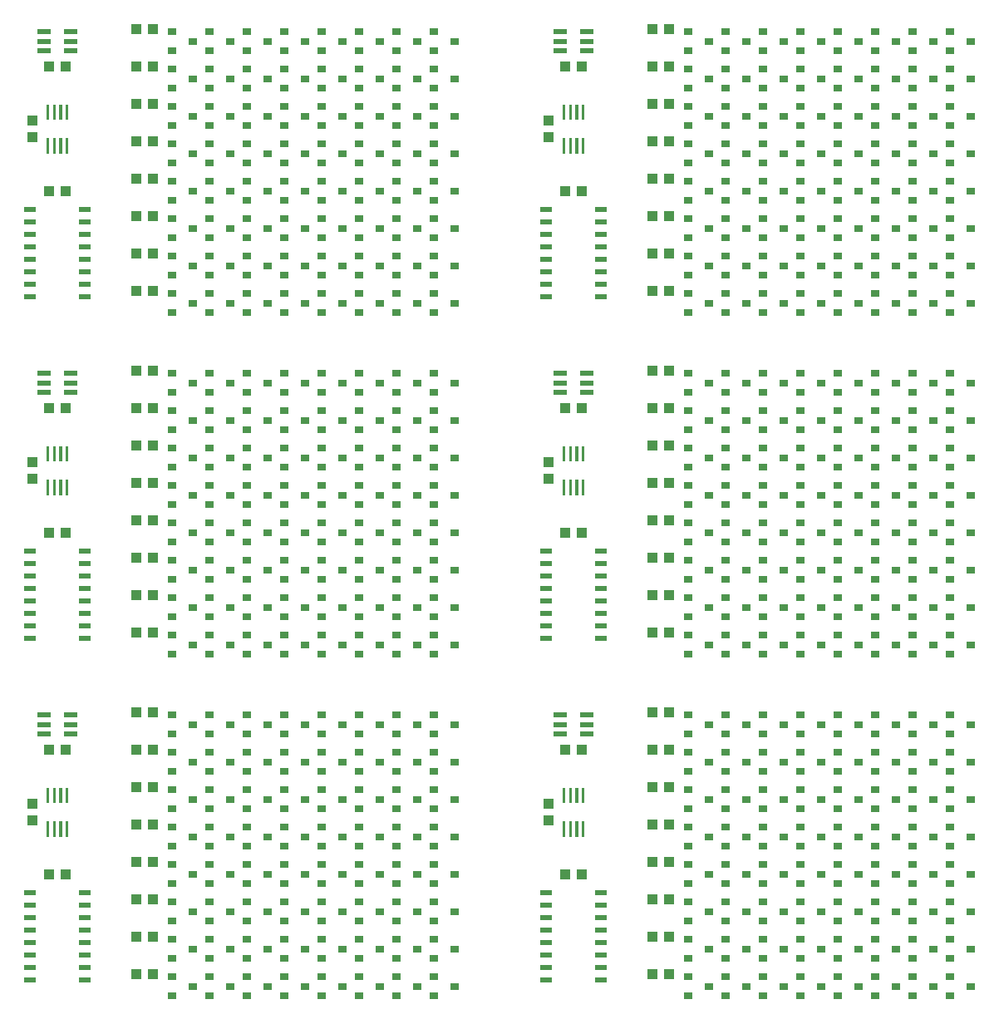
<source format=gtp>
G75*
%MOIN*%
%OFA0B0*%
%FSLAX25Y25*%
%IPPOS*%
%LPD*%
%AMOC8*
5,1,8,0,0,1.08239X$1,22.5*
%
%ADD10R,0.03543X0.03150*%
%ADD11R,0.05315X0.02165*%
%ADD12C,0.00197*%
%ADD13R,0.04724X0.02362*%
%ADD14R,0.04331X0.03937*%
%ADD15R,0.03937X0.04331*%
D10*
X0109563Y0039760D03*
X0109563Y0047240D03*
X0109563Y0054760D03*
X0109563Y0062240D03*
X0109563Y0069760D03*
X0109563Y0077240D03*
X0109563Y0084760D03*
X0109563Y0092240D03*
X0109563Y0099760D03*
X0109563Y0107240D03*
X0109563Y0114760D03*
X0109563Y0122240D03*
X0109563Y0129760D03*
X0109563Y0137240D03*
X0109563Y0144760D03*
X0109563Y0152240D03*
X0117831Y0148500D03*
X0124563Y0144760D03*
X0124563Y0137240D03*
X0117831Y0133500D03*
X0124563Y0129760D03*
X0124563Y0122240D03*
X0117831Y0118500D03*
X0124563Y0114760D03*
X0124563Y0107240D03*
X0117831Y0103500D03*
X0124563Y0099760D03*
X0124563Y0092240D03*
X0117831Y0088500D03*
X0124563Y0084760D03*
X0124563Y0077240D03*
X0117831Y0073500D03*
X0124563Y0069760D03*
X0124563Y0062240D03*
X0117831Y0058500D03*
X0124563Y0054760D03*
X0124563Y0047240D03*
X0117831Y0043500D03*
X0124563Y0039760D03*
X0132831Y0043500D03*
X0139563Y0039760D03*
X0147831Y0043500D03*
X0139563Y0047240D03*
X0139563Y0054760D03*
X0132831Y0058500D03*
X0139563Y0062240D03*
X0139563Y0069760D03*
X0132831Y0073500D03*
X0139563Y0077240D03*
X0139563Y0084760D03*
X0132831Y0088500D03*
X0139563Y0092240D03*
X0139563Y0099760D03*
X0132831Y0103500D03*
X0139563Y0107240D03*
X0139563Y0114760D03*
X0132831Y0118500D03*
X0139563Y0122240D03*
X0139563Y0129760D03*
X0132831Y0133500D03*
X0139563Y0137240D03*
X0139563Y0144760D03*
X0132831Y0148500D03*
X0139563Y0152240D03*
X0147831Y0148500D03*
X0154563Y0144760D03*
X0154563Y0137240D03*
X0162831Y0133500D03*
X0169563Y0129760D03*
X0169563Y0122240D03*
X0162831Y0118500D03*
X0169563Y0114760D03*
X0169563Y0107240D03*
X0162831Y0103500D03*
X0169563Y0099760D03*
X0169563Y0092240D03*
X0162831Y0088500D03*
X0169563Y0084760D03*
X0169563Y0077240D03*
X0162831Y0073500D03*
X0169563Y0069760D03*
X0169563Y0062240D03*
X0162831Y0058500D03*
X0169563Y0054760D03*
X0169563Y0047240D03*
X0162831Y0043500D03*
X0169563Y0039760D03*
X0177831Y0043500D03*
X0184563Y0039760D03*
X0184563Y0047240D03*
X0184563Y0054760D03*
X0177831Y0058500D03*
X0184563Y0062240D03*
X0184563Y0069760D03*
X0177831Y0073500D03*
X0184563Y0077240D03*
X0184563Y0084760D03*
X0177831Y0088500D03*
X0184563Y0092240D03*
X0184563Y0099760D03*
X0177831Y0103500D03*
X0184563Y0107240D03*
X0184563Y0114760D03*
X0177831Y0118500D03*
X0184563Y0122240D03*
X0184563Y0129760D03*
X0177831Y0133500D03*
X0184563Y0137240D03*
X0184563Y0144760D03*
X0177831Y0148500D03*
X0184563Y0152240D03*
X0192831Y0148500D03*
X0199563Y0144760D03*
X0199563Y0137240D03*
X0192831Y0133500D03*
X0199563Y0129760D03*
X0199563Y0122240D03*
X0192831Y0118500D03*
X0199563Y0114760D03*
X0199563Y0107240D03*
X0192831Y0103500D03*
X0199563Y0099760D03*
X0199563Y0092240D03*
X0192831Y0088500D03*
X0199563Y0084760D03*
X0199563Y0077240D03*
X0192831Y0073500D03*
X0199563Y0069760D03*
X0199563Y0062240D03*
X0192831Y0058500D03*
X0199563Y0054760D03*
X0199563Y0047240D03*
X0192831Y0043500D03*
X0199563Y0039760D03*
X0207831Y0043500D03*
X0214563Y0039760D03*
X0222831Y0043500D03*
X0214563Y0047240D03*
X0214563Y0054760D03*
X0222831Y0058500D03*
X0214563Y0062240D03*
X0214563Y0069760D03*
X0222831Y0073500D03*
X0214563Y0077240D03*
X0214563Y0084760D03*
X0222831Y0088500D03*
X0214563Y0092240D03*
X0214563Y0099760D03*
X0222831Y0103500D03*
X0214563Y0107240D03*
X0214563Y0114760D03*
X0222831Y0118500D03*
X0214563Y0122240D03*
X0214563Y0129760D03*
X0222831Y0133500D03*
X0214563Y0137240D03*
X0214563Y0144760D03*
X0222831Y0148500D03*
X0214563Y0152240D03*
X0207831Y0148500D03*
X0199563Y0152240D03*
X0207831Y0133500D03*
X0207831Y0118500D03*
X0207831Y0103500D03*
X0207831Y0088500D03*
X0207831Y0073500D03*
X0207831Y0058500D03*
X0154563Y0054760D03*
X0154563Y0047240D03*
X0154563Y0039760D03*
X0147831Y0058500D03*
X0154563Y0062240D03*
X0154563Y0069760D03*
X0154563Y0077240D03*
X0154563Y0084760D03*
X0154563Y0092240D03*
X0154563Y0099760D03*
X0154563Y0107240D03*
X0154563Y0114760D03*
X0154563Y0122240D03*
X0154563Y0129760D03*
X0147831Y0133500D03*
X0147831Y0118500D03*
X0147831Y0103500D03*
X0147831Y0088500D03*
X0147831Y0073500D03*
X0169563Y0137240D03*
X0169563Y0144760D03*
X0162831Y0148500D03*
X0169563Y0152240D03*
X0154563Y0152240D03*
X0154563Y0176760D03*
X0162831Y0180500D03*
X0169563Y0176760D03*
X0169563Y0184240D03*
X0169563Y0191760D03*
X0162831Y0195500D03*
X0169563Y0199240D03*
X0169563Y0206760D03*
X0162831Y0210500D03*
X0169563Y0214240D03*
X0169563Y0221760D03*
X0162831Y0225500D03*
X0169563Y0229240D03*
X0169563Y0236760D03*
X0162831Y0240500D03*
X0169563Y0244240D03*
X0169563Y0251760D03*
X0162831Y0255500D03*
X0169563Y0259240D03*
X0169563Y0266760D03*
X0162831Y0270500D03*
X0169563Y0274240D03*
X0169563Y0281760D03*
X0162831Y0285500D03*
X0169563Y0289240D03*
X0177831Y0285500D03*
X0184563Y0281760D03*
X0184563Y0274240D03*
X0177831Y0270500D03*
X0184563Y0266760D03*
X0184563Y0259240D03*
X0177831Y0255500D03*
X0184563Y0251760D03*
X0184563Y0244240D03*
X0177831Y0240500D03*
X0184563Y0236760D03*
X0184563Y0229240D03*
X0177831Y0225500D03*
X0184563Y0221760D03*
X0184563Y0214240D03*
X0177831Y0210500D03*
X0184563Y0206760D03*
X0184563Y0199240D03*
X0177831Y0195500D03*
X0184563Y0191760D03*
X0184563Y0184240D03*
X0177831Y0180500D03*
X0184563Y0176760D03*
X0192831Y0180500D03*
X0199563Y0176760D03*
X0207831Y0180500D03*
X0199563Y0184240D03*
X0199563Y0191760D03*
X0192831Y0195500D03*
X0199563Y0199240D03*
X0199563Y0206760D03*
X0192831Y0210500D03*
X0199563Y0214240D03*
X0199563Y0221760D03*
X0192831Y0225500D03*
X0199563Y0229240D03*
X0199563Y0236760D03*
X0192831Y0240500D03*
X0199563Y0244240D03*
X0199563Y0251760D03*
X0192831Y0255500D03*
X0199563Y0259240D03*
X0199563Y0266760D03*
X0192831Y0270500D03*
X0199563Y0274240D03*
X0199563Y0281760D03*
X0192831Y0285500D03*
X0199563Y0289240D03*
X0207831Y0285500D03*
X0214563Y0281760D03*
X0214563Y0274240D03*
X0222831Y0270500D03*
X0214563Y0266760D03*
X0214563Y0259240D03*
X0222831Y0255500D03*
X0214563Y0251760D03*
X0214563Y0244240D03*
X0222831Y0240500D03*
X0214563Y0236760D03*
X0214563Y0229240D03*
X0222831Y0225500D03*
X0214563Y0221760D03*
X0214563Y0214240D03*
X0222831Y0210500D03*
X0214563Y0206760D03*
X0214563Y0199240D03*
X0222831Y0195500D03*
X0214563Y0191760D03*
X0214563Y0184240D03*
X0222831Y0180500D03*
X0214563Y0176760D03*
X0207831Y0195500D03*
X0207831Y0210500D03*
X0207831Y0225500D03*
X0207831Y0240500D03*
X0207831Y0255500D03*
X0207831Y0270500D03*
X0222831Y0285500D03*
X0214563Y0289240D03*
X0214563Y0313760D03*
X0214563Y0321240D03*
X0222831Y0317500D03*
X0214563Y0328760D03*
X0214563Y0336240D03*
X0222831Y0332500D03*
X0214563Y0343760D03*
X0214563Y0351240D03*
X0214563Y0358760D03*
X0222831Y0362500D03*
X0214563Y0366240D03*
X0214563Y0373760D03*
X0222831Y0377500D03*
X0214563Y0381240D03*
X0214563Y0388760D03*
X0222831Y0392500D03*
X0214563Y0396240D03*
X0214563Y0403760D03*
X0222831Y0407500D03*
X0214563Y0411240D03*
X0214563Y0418760D03*
X0222831Y0422500D03*
X0214563Y0426240D03*
X0207831Y0422500D03*
X0199563Y0418760D03*
X0199563Y0411240D03*
X0192831Y0407500D03*
X0199563Y0403760D03*
X0199563Y0396240D03*
X0192831Y0392500D03*
X0199563Y0388760D03*
X0199563Y0381240D03*
X0192831Y0377500D03*
X0199563Y0373760D03*
X0199563Y0366240D03*
X0192831Y0362500D03*
X0199563Y0358760D03*
X0199563Y0351240D03*
X0199563Y0343760D03*
X0192831Y0347500D03*
X0184563Y0343760D03*
X0184563Y0351240D03*
X0184563Y0358760D03*
X0177831Y0362500D03*
X0184563Y0366240D03*
X0184563Y0373760D03*
X0177831Y0377500D03*
X0184563Y0381240D03*
X0184563Y0388760D03*
X0177831Y0392500D03*
X0184563Y0396240D03*
X0184563Y0403760D03*
X0177831Y0407500D03*
X0184563Y0411240D03*
X0184563Y0418760D03*
X0177831Y0422500D03*
X0184563Y0426240D03*
X0192831Y0422500D03*
X0199563Y0426240D03*
X0207831Y0407500D03*
X0207831Y0392500D03*
X0207831Y0377500D03*
X0207831Y0362500D03*
X0207831Y0347500D03*
X0199563Y0336240D03*
X0199563Y0328760D03*
X0192831Y0332500D03*
X0184563Y0328760D03*
X0184563Y0336240D03*
X0177831Y0332500D03*
X0169563Y0328760D03*
X0169563Y0336240D03*
X0162831Y0332500D03*
X0154563Y0336240D03*
X0154563Y0328760D03*
X0154563Y0321240D03*
X0154563Y0313760D03*
X0162831Y0317500D03*
X0169563Y0321240D03*
X0169563Y0313760D03*
X0177831Y0317500D03*
X0184563Y0321240D03*
X0184563Y0313760D03*
X0192831Y0317500D03*
X0199563Y0321240D03*
X0199563Y0313760D03*
X0207831Y0317500D03*
X0207831Y0332500D03*
X0222831Y0347500D03*
X0177831Y0347500D03*
X0169563Y0343760D03*
X0169563Y0351240D03*
X0169563Y0358760D03*
X0162831Y0362500D03*
X0169563Y0366240D03*
X0169563Y0373760D03*
X0162831Y0377500D03*
X0169563Y0381240D03*
X0169563Y0388760D03*
X0162831Y0392500D03*
X0169563Y0396240D03*
X0169563Y0403760D03*
X0162831Y0407500D03*
X0169563Y0411240D03*
X0169563Y0418760D03*
X0162831Y0422500D03*
X0169563Y0426240D03*
X0154563Y0426240D03*
X0154563Y0418760D03*
X0154563Y0411240D03*
X0154563Y0403760D03*
X0154563Y0396240D03*
X0154563Y0388760D03*
X0154563Y0381240D03*
X0154563Y0373760D03*
X0154563Y0366240D03*
X0154563Y0358760D03*
X0154563Y0351240D03*
X0154563Y0343760D03*
X0162831Y0347500D03*
X0147831Y0347500D03*
X0139563Y0351240D03*
X0139563Y0343760D03*
X0132831Y0347500D03*
X0124563Y0343760D03*
X0124563Y0351240D03*
X0124563Y0358760D03*
X0117831Y0362500D03*
X0124563Y0366240D03*
X0124563Y0373760D03*
X0117831Y0377500D03*
X0124563Y0381240D03*
X0124563Y0388760D03*
X0117831Y0392500D03*
X0124563Y0396240D03*
X0124563Y0403760D03*
X0117831Y0407500D03*
X0124563Y0411240D03*
X0124563Y0418760D03*
X0117831Y0422500D03*
X0124563Y0426240D03*
X0132831Y0422500D03*
X0139563Y0418760D03*
X0139563Y0411240D03*
X0132831Y0407500D03*
X0139563Y0403760D03*
X0139563Y0396240D03*
X0132831Y0392500D03*
X0139563Y0388760D03*
X0139563Y0381240D03*
X0132831Y0377500D03*
X0139563Y0373760D03*
X0139563Y0366240D03*
X0132831Y0362500D03*
X0139563Y0358760D03*
X0147831Y0362500D03*
X0147831Y0377500D03*
X0147831Y0392500D03*
X0147831Y0407500D03*
X0147831Y0422500D03*
X0139563Y0426240D03*
X0109563Y0426240D03*
X0109563Y0418760D03*
X0109563Y0411240D03*
X0109563Y0403760D03*
X0109563Y0396240D03*
X0109563Y0388760D03*
X0109563Y0381240D03*
X0109563Y0373760D03*
X0109563Y0366240D03*
X0109563Y0358760D03*
X0109563Y0351240D03*
X0109563Y0343760D03*
X0109563Y0336240D03*
X0109563Y0328760D03*
X0109563Y0321240D03*
X0109563Y0313760D03*
X0117831Y0317500D03*
X0124563Y0321240D03*
X0124563Y0313760D03*
X0132831Y0317500D03*
X0139563Y0321240D03*
X0139563Y0313760D03*
X0147831Y0317500D03*
X0139563Y0328760D03*
X0139563Y0336240D03*
X0132831Y0332500D03*
X0124563Y0328760D03*
X0124563Y0336240D03*
X0117831Y0332500D03*
X0117831Y0347500D03*
X0147831Y0332500D03*
X0154563Y0289240D03*
X0154563Y0281760D03*
X0154563Y0274240D03*
X0154563Y0266760D03*
X0154563Y0259240D03*
X0154563Y0251760D03*
X0154563Y0244240D03*
X0154563Y0236760D03*
X0154563Y0229240D03*
X0154563Y0221760D03*
X0154563Y0214240D03*
X0154563Y0206760D03*
X0154563Y0199240D03*
X0154563Y0191760D03*
X0154563Y0184240D03*
X0147831Y0180500D03*
X0139563Y0176760D03*
X0132831Y0180500D03*
X0139563Y0184240D03*
X0139563Y0191760D03*
X0132831Y0195500D03*
X0139563Y0199240D03*
X0139563Y0206760D03*
X0132831Y0210500D03*
X0139563Y0214240D03*
X0139563Y0221760D03*
X0132831Y0225500D03*
X0139563Y0229240D03*
X0139563Y0236760D03*
X0132831Y0240500D03*
X0139563Y0244240D03*
X0139563Y0251760D03*
X0132831Y0255500D03*
X0139563Y0259240D03*
X0139563Y0266760D03*
X0132831Y0270500D03*
X0139563Y0274240D03*
X0139563Y0281760D03*
X0132831Y0285500D03*
X0139563Y0289240D03*
X0147831Y0285500D03*
X0147831Y0270500D03*
X0147831Y0255500D03*
X0147831Y0240500D03*
X0147831Y0225500D03*
X0147831Y0210500D03*
X0147831Y0195500D03*
X0124563Y0191760D03*
X0124563Y0184240D03*
X0117831Y0180500D03*
X0124563Y0176760D03*
X0109563Y0176760D03*
X0109563Y0184240D03*
X0109563Y0191760D03*
X0109563Y0199240D03*
X0109563Y0206760D03*
X0109563Y0214240D03*
X0109563Y0221760D03*
X0109563Y0229240D03*
X0109563Y0236760D03*
X0109563Y0244240D03*
X0109563Y0251760D03*
X0109563Y0259240D03*
X0109563Y0266760D03*
X0109563Y0274240D03*
X0109563Y0281760D03*
X0109563Y0289240D03*
X0117831Y0285500D03*
X0124563Y0281760D03*
X0124563Y0274240D03*
X0117831Y0270500D03*
X0124563Y0266760D03*
X0124563Y0259240D03*
X0117831Y0255500D03*
X0124563Y0251760D03*
X0124563Y0244240D03*
X0117831Y0240500D03*
X0124563Y0236760D03*
X0124563Y0229240D03*
X0117831Y0225500D03*
X0124563Y0221760D03*
X0124563Y0214240D03*
X0117831Y0210500D03*
X0124563Y0206760D03*
X0124563Y0199240D03*
X0117831Y0195500D03*
X0124563Y0152240D03*
X0124563Y0289240D03*
X0184563Y0289240D03*
X0316563Y0289240D03*
X0316563Y0281760D03*
X0316563Y0274240D03*
X0316563Y0266760D03*
X0316563Y0259240D03*
X0316563Y0251760D03*
X0316563Y0244240D03*
X0316563Y0236760D03*
X0316563Y0229240D03*
X0316563Y0221760D03*
X0316563Y0214240D03*
X0316563Y0206760D03*
X0316563Y0199240D03*
X0316563Y0191760D03*
X0316563Y0184240D03*
X0316563Y0176760D03*
X0324831Y0180500D03*
X0331563Y0176760D03*
X0331563Y0184240D03*
X0331563Y0191760D03*
X0324831Y0195500D03*
X0331563Y0199240D03*
X0331563Y0206760D03*
X0324831Y0210500D03*
X0331563Y0214240D03*
X0331563Y0221760D03*
X0324831Y0225500D03*
X0331563Y0229240D03*
X0331563Y0236760D03*
X0324831Y0240500D03*
X0331563Y0244240D03*
X0331563Y0251760D03*
X0324831Y0255500D03*
X0331563Y0259240D03*
X0331563Y0266760D03*
X0324831Y0270500D03*
X0331563Y0274240D03*
X0331563Y0281760D03*
X0324831Y0285500D03*
X0331563Y0289240D03*
X0339831Y0285500D03*
X0346563Y0281760D03*
X0346563Y0274240D03*
X0339831Y0270500D03*
X0346563Y0266760D03*
X0346563Y0259240D03*
X0339831Y0255500D03*
X0346563Y0251760D03*
X0346563Y0244240D03*
X0339831Y0240500D03*
X0346563Y0236760D03*
X0346563Y0229240D03*
X0339831Y0225500D03*
X0346563Y0221760D03*
X0346563Y0214240D03*
X0339831Y0210500D03*
X0346563Y0206760D03*
X0346563Y0199240D03*
X0339831Y0195500D03*
X0346563Y0191760D03*
X0346563Y0184240D03*
X0339831Y0180500D03*
X0346563Y0176760D03*
X0354831Y0180500D03*
X0361563Y0176760D03*
X0361563Y0184240D03*
X0361563Y0191760D03*
X0354831Y0195500D03*
X0361563Y0199240D03*
X0361563Y0206760D03*
X0354831Y0210500D03*
X0361563Y0214240D03*
X0361563Y0221760D03*
X0354831Y0225500D03*
X0361563Y0229240D03*
X0361563Y0236760D03*
X0354831Y0240500D03*
X0361563Y0244240D03*
X0361563Y0251760D03*
X0354831Y0255500D03*
X0361563Y0259240D03*
X0361563Y0266760D03*
X0354831Y0270500D03*
X0361563Y0274240D03*
X0361563Y0281760D03*
X0354831Y0285500D03*
X0361563Y0289240D03*
X0369831Y0285500D03*
X0376563Y0281760D03*
X0376563Y0274240D03*
X0369831Y0270500D03*
X0376563Y0266760D03*
X0376563Y0259240D03*
X0369831Y0255500D03*
X0376563Y0251760D03*
X0376563Y0244240D03*
X0369831Y0240500D03*
X0376563Y0236760D03*
X0376563Y0229240D03*
X0369831Y0225500D03*
X0376563Y0221760D03*
X0376563Y0214240D03*
X0369831Y0210500D03*
X0376563Y0206760D03*
X0376563Y0199240D03*
X0369831Y0195500D03*
X0376563Y0191760D03*
X0376563Y0184240D03*
X0369831Y0180500D03*
X0376563Y0176760D03*
X0384831Y0180500D03*
X0391563Y0176760D03*
X0399831Y0180500D03*
X0391563Y0184240D03*
X0391563Y0191760D03*
X0384831Y0195500D03*
X0391563Y0199240D03*
X0391563Y0206760D03*
X0384831Y0210500D03*
X0391563Y0214240D03*
X0391563Y0221760D03*
X0384831Y0225500D03*
X0391563Y0229240D03*
X0391563Y0236760D03*
X0384831Y0240500D03*
X0391563Y0244240D03*
X0391563Y0251760D03*
X0384831Y0255500D03*
X0391563Y0259240D03*
X0391563Y0266760D03*
X0384831Y0270500D03*
X0391563Y0274240D03*
X0391563Y0281760D03*
X0384831Y0285500D03*
X0391563Y0289240D03*
X0399831Y0285500D03*
X0406563Y0281760D03*
X0406563Y0274240D03*
X0414831Y0270500D03*
X0421563Y0266760D03*
X0421563Y0259240D03*
X0414831Y0255500D03*
X0421563Y0251760D03*
X0421563Y0244240D03*
X0414831Y0240500D03*
X0421563Y0236760D03*
X0421563Y0229240D03*
X0414831Y0225500D03*
X0421563Y0221760D03*
X0421563Y0214240D03*
X0414831Y0210500D03*
X0421563Y0206760D03*
X0421563Y0199240D03*
X0414831Y0195500D03*
X0421563Y0191760D03*
X0421563Y0184240D03*
X0414831Y0180500D03*
X0421563Y0176760D03*
X0429831Y0180500D03*
X0429831Y0195500D03*
X0429831Y0210500D03*
X0429831Y0225500D03*
X0429831Y0240500D03*
X0429831Y0255500D03*
X0429831Y0270500D03*
X0421563Y0274240D03*
X0421563Y0281760D03*
X0414831Y0285500D03*
X0421563Y0289240D03*
X0429831Y0285500D03*
X0406563Y0289240D03*
X0399831Y0270500D03*
X0406563Y0266760D03*
X0406563Y0259240D03*
X0406563Y0251760D03*
X0406563Y0244240D03*
X0406563Y0236760D03*
X0406563Y0229240D03*
X0406563Y0221760D03*
X0406563Y0214240D03*
X0406563Y0206760D03*
X0406563Y0199240D03*
X0406563Y0191760D03*
X0406563Y0184240D03*
X0406563Y0176760D03*
X0399831Y0195500D03*
X0399831Y0210500D03*
X0399831Y0225500D03*
X0399831Y0240500D03*
X0399831Y0255500D03*
X0376563Y0289240D03*
X0376563Y0313760D03*
X0376563Y0321240D03*
X0369831Y0317500D03*
X0361563Y0313760D03*
X0361563Y0321240D03*
X0354831Y0317500D03*
X0346563Y0321240D03*
X0346563Y0313760D03*
X0339831Y0317500D03*
X0331563Y0313760D03*
X0331563Y0321240D03*
X0324831Y0317500D03*
X0316563Y0313760D03*
X0316563Y0321240D03*
X0316563Y0328760D03*
X0316563Y0336240D03*
X0316563Y0343760D03*
X0316563Y0351240D03*
X0316563Y0358760D03*
X0316563Y0366240D03*
X0316563Y0373760D03*
X0316563Y0381240D03*
X0316563Y0388760D03*
X0316563Y0396240D03*
X0316563Y0403760D03*
X0316563Y0411240D03*
X0316563Y0418760D03*
X0316563Y0426240D03*
X0324831Y0422500D03*
X0331563Y0418760D03*
X0331563Y0411240D03*
X0324831Y0407500D03*
X0331563Y0403760D03*
X0331563Y0396240D03*
X0324831Y0392500D03*
X0331563Y0388760D03*
X0331563Y0381240D03*
X0324831Y0377500D03*
X0331563Y0373760D03*
X0331563Y0366240D03*
X0324831Y0362500D03*
X0331563Y0358760D03*
X0331563Y0351240D03*
X0331563Y0343760D03*
X0324831Y0347500D03*
X0331563Y0336240D03*
X0331563Y0328760D03*
X0324831Y0332500D03*
X0339831Y0332500D03*
X0346563Y0336240D03*
X0346563Y0328760D03*
X0354831Y0332500D03*
X0361563Y0336240D03*
X0361563Y0328760D03*
X0369831Y0332500D03*
X0376563Y0336240D03*
X0376563Y0328760D03*
X0384831Y0332500D03*
X0391563Y0336240D03*
X0391563Y0328760D03*
X0399831Y0332500D03*
X0406563Y0328760D03*
X0406563Y0336240D03*
X0414831Y0332500D03*
X0421563Y0336240D03*
X0421563Y0328760D03*
X0421563Y0321240D03*
X0421563Y0313760D03*
X0414831Y0317500D03*
X0406563Y0321240D03*
X0406563Y0313760D03*
X0399831Y0317500D03*
X0391563Y0321240D03*
X0391563Y0313760D03*
X0384831Y0317500D03*
X0391563Y0343760D03*
X0391563Y0351240D03*
X0391563Y0358760D03*
X0384831Y0362500D03*
X0391563Y0366240D03*
X0391563Y0373760D03*
X0384831Y0377500D03*
X0391563Y0381240D03*
X0391563Y0388760D03*
X0384831Y0392500D03*
X0391563Y0396240D03*
X0391563Y0403760D03*
X0384831Y0407500D03*
X0391563Y0411240D03*
X0391563Y0418760D03*
X0384831Y0422500D03*
X0391563Y0426240D03*
X0399831Y0422500D03*
X0406563Y0418760D03*
X0406563Y0411240D03*
X0414831Y0407500D03*
X0421563Y0403760D03*
X0421563Y0396240D03*
X0414831Y0392500D03*
X0421563Y0388760D03*
X0421563Y0381240D03*
X0414831Y0377500D03*
X0421563Y0373760D03*
X0421563Y0366240D03*
X0414831Y0362500D03*
X0421563Y0358760D03*
X0421563Y0351240D03*
X0421563Y0343760D03*
X0414831Y0347500D03*
X0406563Y0351240D03*
X0406563Y0343760D03*
X0399831Y0347500D03*
X0406563Y0358760D03*
X0406563Y0366240D03*
X0406563Y0373760D03*
X0406563Y0381240D03*
X0406563Y0388760D03*
X0406563Y0396240D03*
X0406563Y0403760D03*
X0399831Y0407500D03*
X0399831Y0392500D03*
X0399831Y0377500D03*
X0399831Y0362500D03*
X0384831Y0347500D03*
X0376563Y0343760D03*
X0376563Y0351240D03*
X0376563Y0358760D03*
X0369831Y0362500D03*
X0376563Y0366240D03*
X0376563Y0373760D03*
X0369831Y0377500D03*
X0376563Y0381240D03*
X0376563Y0388760D03*
X0369831Y0392500D03*
X0376563Y0396240D03*
X0376563Y0403760D03*
X0369831Y0407500D03*
X0376563Y0411240D03*
X0376563Y0418760D03*
X0369831Y0422500D03*
X0376563Y0426240D03*
X0361563Y0426240D03*
X0354831Y0422500D03*
X0361563Y0418760D03*
X0361563Y0411240D03*
X0354831Y0407500D03*
X0361563Y0403760D03*
X0361563Y0396240D03*
X0354831Y0392500D03*
X0361563Y0388760D03*
X0361563Y0381240D03*
X0354831Y0377500D03*
X0361563Y0373760D03*
X0361563Y0366240D03*
X0354831Y0362500D03*
X0361563Y0358760D03*
X0361563Y0351240D03*
X0361563Y0343760D03*
X0354831Y0347500D03*
X0346563Y0351240D03*
X0346563Y0343760D03*
X0339831Y0347500D03*
X0346563Y0358760D03*
X0339831Y0362500D03*
X0346563Y0366240D03*
X0346563Y0373760D03*
X0339831Y0377500D03*
X0346563Y0381240D03*
X0346563Y0388760D03*
X0339831Y0392500D03*
X0346563Y0396240D03*
X0346563Y0403760D03*
X0339831Y0407500D03*
X0346563Y0411240D03*
X0346563Y0418760D03*
X0339831Y0422500D03*
X0346563Y0426240D03*
X0331563Y0426240D03*
X0406563Y0426240D03*
X0414831Y0422500D03*
X0421563Y0418760D03*
X0421563Y0411240D03*
X0429831Y0407500D03*
X0429831Y0392500D03*
X0429831Y0377500D03*
X0429831Y0362500D03*
X0429831Y0347500D03*
X0429831Y0332500D03*
X0429831Y0317500D03*
X0369831Y0347500D03*
X0346563Y0289240D03*
X0429831Y0422500D03*
X0421563Y0426240D03*
X0421563Y0152240D03*
X0414831Y0148500D03*
X0421563Y0144760D03*
X0421563Y0137240D03*
X0414831Y0133500D03*
X0421563Y0129760D03*
X0421563Y0122240D03*
X0414831Y0118500D03*
X0421563Y0114760D03*
X0421563Y0107240D03*
X0414831Y0103500D03*
X0421563Y0099760D03*
X0421563Y0092240D03*
X0414831Y0088500D03*
X0421563Y0084760D03*
X0421563Y0077240D03*
X0414831Y0073500D03*
X0421563Y0069760D03*
X0421563Y0062240D03*
X0414831Y0058500D03*
X0421563Y0054760D03*
X0421563Y0047240D03*
X0414831Y0043500D03*
X0421563Y0039760D03*
X0429831Y0043500D03*
X0429831Y0058500D03*
X0429831Y0073500D03*
X0429831Y0088500D03*
X0429831Y0103500D03*
X0429831Y0118500D03*
X0429831Y0133500D03*
X0429831Y0148500D03*
X0406563Y0144760D03*
X0406563Y0137240D03*
X0406563Y0129760D03*
X0406563Y0122240D03*
X0406563Y0114760D03*
X0406563Y0107240D03*
X0406563Y0099760D03*
X0406563Y0092240D03*
X0406563Y0084760D03*
X0406563Y0077240D03*
X0406563Y0069760D03*
X0406563Y0062240D03*
X0406563Y0054760D03*
X0406563Y0047240D03*
X0406563Y0039760D03*
X0399831Y0043500D03*
X0391563Y0039760D03*
X0384831Y0043500D03*
X0391563Y0047240D03*
X0391563Y0054760D03*
X0384831Y0058500D03*
X0391563Y0062240D03*
X0391563Y0069760D03*
X0384831Y0073500D03*
X0391563Y0077240D03*
X0391563Y0084760D03*
X0384831Y0088500D03*
X0391563Y0092240D03*
X0391563Y0099760D03*
X0384831Y0103500D03*
X0391563Y0107240D03*
X0391563Y0114760D03*
X0384831Y0118500D03*
X0391563Y0122240D03*
X0391563Y0129760D03*
X0384831Y0133500D03*
X0391563Y0137240D03*
X0391563Y0144760D03*
X0384831Y0148500D03*
X0391563Y0152240D03*
X0399831Y0148500D03*
X0406563Y0152240D03*
X0399831Y0133500D03*
X0399831Y0118500D03*
X0399831Y0103500D03*
X0399831Y0088500D03*
X0399831Y0073500D03*
X0399831Y0058500D03*
X0376563Y0054760D03*
X0376563Y0047240D03*
X0369831Y0043500D03*
X0376563Y0039760D03*
X0361563Y0039760D03*
X0354831Y0043500D03*
X0361563Y0047240D03*
X0361563Y0054760D03*
X0354831Y0058500D03*
X0361563Y0062240D03*
X0361563Y0069760D03*
X0354831Y0073500D03*
X0361563Y0077240D03*
X0361563Y0084760D03*
X0354831Y0088500D03*
X0361563Y0092240D03*
X0361563Y0099760D03*
X0354831Y0103500D03*
X0361563Y0107240D03*
X0361563Y0114760D03*
X0354831Y0118500D03*
X0361563Y0122240D03*
X0361563Y0129760D03*
X0354831Y0133500D03*
X0361563Y0137240D03*
X0361563Y0144760D03*
X0354831Y0148500D03*
X0361563Y0152240D03*
X0369831Y0148500D03*
X0376563Y0144760D03*
X0376563Y0137240D03*
X0369831Y0133500D03*
X0376563Y0129760D03*
X0376563Y0122240D03*
X0369831Y0118500D03*
X0376563Y0114760D03*
X0376563Y0107240D03*
X0369831Y0103500D03*
X0376563Y0099760D03*
X0376563Y0092240D03*
X0369831Y0088500D03*
X0376563Y0084760D03*
X0376563Y0077240D03*
X0369831Y0073500D03*
X0376563Y0069760D03*
X0376563Y0062240D03*
X0369831Y0058500D03*
X0346563Y0054760D03*
X0346563Y0047240D03*
X0339831Y0043500D03*
X0346563Y0039760D03*
X0331563Y0039760D03*
X0324831Y0043500D03*
X0331563Y0047240D03*
X0331563Y0054760D03*
X0324831Y0058500D03*
X0331563Y0062240D03*
X0331563Y0069760D03*
X0324831Y0073500D03*
X0331563Y0077240D03*
X0331563Y0084760D03*
X0324831Y0088500D03*
X0331563Y0092240D03*
X0331563Y0099760D03*
X0324831Y0103500D03*
X0331563Y0107240D03*
X0331563Y0114760D03*
X0324831Y0118500D03*
X0331563Y0122240D03*
X0331563Y0129760D03*
X0324831Y0133500D03*
X0331563Y0137240D03*
X0331563Y0144760D03*
X0324831Y0148500D03*
X0331563Y0152240D03*
X0339831Y0148500D03*
X0346563Y0144760D03*
X0346563Y0137240D03*
X0339831Y0133500D03*
X0346563Y0129760D03*
X0346563Y0122240D03*
X0339831Y0118500D03*
X0346563Y0114760D03*
X0346563Y0107240D03*
X0339831Y0103500D03*
X0346563Y0099760D03*
X0346563Y0092240D03*
X0339831Y0088500D03*
X0346563Y0084760D03*
X0346563Y0077240D03*
X0339831Y0073500D03*
X0346563Y0069760D03*
X0346563Y0062240D03*
X0339831Y0058500D03*
X0316563Y0054760D03*
X0316563Y0047240D03*
X0316563Y0039760D03*
X0316563Y0062240D03*
X0316563Y0069760D03*
X0316563Y0077240D03*
X0316563Y0084760D03*
X0316563Y0092240D03*
X0316563Y0099760D03*
X0316563Y0107240D03*
X0316563Y0114760D03*
X0316563Y0122240D03*
X0316563Y0129760D03*
X0316563Y0137240D03*
X0316563Y0144760D03*
X0316563Y0152240D03*
X0346563Y0152240D03*
X0376563Y0152240D03*
D11*
X0275914Y0152240D03*
X0275914Y0148500D03*
X0275914Y0144760D03*
X0265086Y0144760D03*
X0265086Y0148500D03*
X0265086Y0152240D03*
X0265086Y0281760D03*
X0265086Y0285500D03*
X0265086Y0289240D03*
X0275914Y0289240D03*
X0275914Y0285500D03*
X0275914Y0281760D03*
X0275914Y0418760D03*
X0275914Y0422500D03*
X0275914Y0426240D03*
X0265086Y0426240D03*
X0265086Y0422500D03*
X0265086Y0418760D03*
X0068914Y0418760D03*
X0068914Y0422500D03*
X0068914Y0426240D03*
X0058086Y0426240D03*
X0058086Y0422500D03*
X0058086Y0418760D03*
X0058086Y0289240D03*
X0058086Y0285500D03*
X0058086Y0281760D03*
X0068914Y0281760D03*
X0068914Y0285500D03*
X0068914Y0289240D03*
X0068914Y0152240D03*
X0068914Y0148500D03*
X0068914Y0144760D03*
X0058086Y0144760D03*
X0058086Y0148500D03*
X0058086Y0152240D03*
D12*
X0060055Y0123146D02*
X0060055Y0117240D01*
X0059267Y0117240D01*
X0059267Y0123146D01*
X0060055Y0123146D01*
X0060055Y0117436D02*
X0059267Y0117436D01*
X0059267Y0117632D02*
X0060055Y0117632D01*
X0060055Y0117828D02*
X0059267Y0117828D01*
X0059267Y0118024D02*
X0060055Y0118024D01*
X0060055Y0118220D02*
X0059267Y0118220D01*
X0059267Y0118416D02*
X0060055Y0118416D01*
X0060055Y0118612D02*
X0059267Y0118612D01*
X0059267Y0118808D02*
X0060055Y0118808D01*
X0060055Y0119004D02*
X0059267Y0119004D01*
X0059267Y0119200D02*
X0060055Y0119200D01*
X0060055Y0119396D02*
X0059267Y0119396D01*
X0059267Y0119592D02*
X0060055Y0119592D01*
X0060055Y0119788D02*
X0059267Y0119788D01*
X0059267Y0119984D02*
X0060055Y0119984D01*
X0060055Y0120180D02*
X0059267Y0120180D01*
X0059267Y0120376D02*
X0060055Y0120376D01*
X0060055Y0120572D02*
X0059267Y0120572D01*
X0059267Y0120768D02*
X0060055Y0120768D01*
X0060055Y0120964D02*
X0059267Y0120964D01*
X0059267Y0121160D02*
X0060055Y0121160D01*
X0060055Y0121356D02*
X0059267Y0121356D01*
X0059267Y0121552D02*
X0060055Y0121552D01*
X0060055Y0121748D02*
X0059267Y0121748D01*
X0059267Y0121944D02*
X0060055Y0121944D01*
X0060055Y0122140D02*
X0059267Y0122140D01*
X0059267Y0122336D02*
X0060055Y0122336D01*
X0060055Y0122532D02*
X0059267Y0122532D01*
X0059267Y0122728D02*
X0060055Y0122728D01*
X0060055Y0122924D02*
X0059267Y0122924D01*
X0059267Y0123120D02*
X0060055Y0123120D01*
X0062614Y0123146D02*
X0062614Y0117240D01*
X0061826Y0117240D01*
X0061826Y0123146D01*
X0062614Y0123146D01*
X0062614Y0117436D02*
X0061826Y0117436D01*
X0061826Y0117632D02*
X0062614Y0117632D01*
X0062614Y0117828D02*
X0061826Y0117828D01*
X0061826Y0118024D02*
X0062614Y0118024D01*
X0062614Y0118220D02*
X0061826Y0118220D01*
X0061826Y0118416D02*
X0062614Y0118416D01*
X0062614Y0118612D02*
X0061826Y0118612D01*
X0061826Y0118808D02*
X0062614Y0118808D01*
X0062614Y0119004D02*
X0061826Y0119004D01*
X0061826Y0119200D02*
X0062614Y0119200D01*
X0062614Y0119396D02*
X0061826Y0119396D01*
X0061826Y0119592D02*
X0062614Y0119592D01*
X0062614Y0119788D02*
X0061826Y0119788D01*
X0061826Y0119984D02*
X0062614Y0119984D01*
X0062614Y0120180D02*
X0061826Y0120180D01*
X0061826Y0120376D02*
X0062614Y0120376D01*
X0062614Y0120572D02*
X0061826Y0120572D01*
X0061826Y0120768D02*
X0062614Y0120768D01*
X0062614Y0120964D02*
X0061826Y0120964D01*
X0061826Y0121160D02*
X0062614Y0121160D01*
X0062614Y0121356D02*
X0061826Y0121356D01*
X0061826Y0121552D02*
X0062614Y0121552D01*
X0062614Y0121748D02*
X0061826Y0121748D01*
X0061826Y0121944D02*
X0062614Y0121944D01*
X0062614Y0122140D02*
X0061826Y0122140D01*
X0061826Y0122336D02*
X0062614Y0122336D01*
X0062614Y0122532D02*
X0061826Y0122532D01*
X0061826Y0122728D02*
X0062614Y0122728D01*
X0062614Y0122924D02*
X0061826Y0122924D01*
X0061826Y0123120D02*
X0062614Y0123120D01*
X0065174Y0123146D02*
X0065174Y0117240D01*
X0064386Y0117240D01*
X0064386Y0123146D01*
X0065174Y0123146D01*
X0065174Y0117436D02*
X0064386Y0117436D01*
X0064386Y0117632D02*
X0065174Y0117632D01*
X0065174Y0117828D02*
X0064386Y0117828D01*
X0064386Y0118024D02*
X0065174Y0118024D01*
X0065174Y0118220D02*
X0064386Y0118220D01*
X0064386Y0118416D02*
X0065174Y0118416D01*
X0065174Y0118612D02*
X0064386Y0118612D01*
X0064386Y0118808D02*
X0065174Y0118808D01*
X0065174Y0119004D02*
X0064386Y0119004D01*
X0064386Y0119200D02*
X0065174Y0119200D01*
X0065174Y0119396D02*
X0064386Y0119396D01*
X0064386Y0119592D02*
X0065174Y0119592D01*
X0065174Y0119788D02*
X0064386Y0119788D01*
X0064386Y0119984D02*
X0065174Y0119984D01*
X0065174Y0120180D02*
X0064386Y0120180D01*
X0064386Y0120376D02*
X0065174Y0120376D01*
X0065174Y0120572D02*
X0064386Y0120572D01*
X0064386Y0120768D02*
X0065174Y0120768D01*
X0065174Y0120964D02*
X0064386Y0120964D01*
X0064386Y0121160D02*
X0065174Y0121160D01*
X0065174Y0121356D02*
X0064386Y0121356D01*
X0064386Y0121552D02*
X0065174Y0121552D01*
X0065174Y0121748D02*
X0064386Y0121748D01*
X0064386Y0121944D02*
X0065174Y0121944D01*
X0065174Y0122140D02*
X0064386Y0122140D01*
X0064386Y0122336D02*
X0065174Y0122336D01*
X0065174Y0122532D02*
X0064386Y0122532D01*
X0064386Y0122728D02*
X0065174Y0122728D01*
X0065174Y0122924D02*
X0064386Y0122924D01*
X0064386Y0123120D02*
X0065174Y0123120D01*
X0067733Y0123146D02*
X0067733Y0117240D01*
X0066945Y0117240D01*
X0066945Y0123146D01*
X0067733Y0123146D01*
X0067733Y0117436D02*
X0066945Y0117436D01*
X0066945Y0117632D02*
X0067733Y0117632D01*
X0067733Y0117828D02*
X0066945Y0117828D01*
X0066945Y0118024D02*
X0067733Y0118024D01*
X0067733Y0118220D02*
X0066945Y0118220D01*
X0066945Y0118416D02*
X0067733Y0118416D01*
X0067733Y0118612D02*
X0066945Y0118612D01*
X0066945Y0118808D02*
X0067733Y0118808D01*
X0067733Y0119004D02*
X0066945Y0119004D01*
X0066945Y0119200D02*
X0067733Y0119200D01*
X0067733Y0119396D02*
X0066945Y0119396D01*
X0066945Y0119592D02*
X0067733Y0119592D01*
X0067733Y0119788D02*
X0066945Y0119788D01*
X0066945Y0119984D02*
X0067733Y0119984D01*
X0067733Y0120180D02*
X0066945Y0120180D01*
X0066945Y0120376D02*
X0067733Y0120376D01*
X0067733Y0120572D02*
X0066945Y0120572D01*
X0066945Y0120768D02*
X0067733Y0120768D01*
X0067733Y0120964D02*
X0066945Y0120964D01*
X0066945Y0121160D02*
X0067733Y0121160D01*
X0067733Y0121356D02*
X0066945Y0121356D01*
X0066945Y0121552D02*
X0067733Y0121552D01*
X0067733Y0121748D02*
X0066945Y0121748D01*
X0066945Y0121944D02*
X0067733Y0121944D01*
X0067733Y0122140D02*
X0066945Y0122140D01*
X0066945Y0122336D02*
X0067733Y0122336D01*
X0067733Y0122532D02*
X0066945Y0122532D01*
X0066945Y0122728D02*
X0067733Y0122728D01*
X0067733Y0122924D02*
X0066945Y0122924D01*
X0066945Y0123120D02*
X0067733Y0123120D01*
X0067733Y0109760D02*
X0067733Y0103854D01*
X0066945Y0103854D01*
X0066945Y0109760D01*
X0067733Y0109760D01*
X0067733Y0104050D02*
X0066945Y0104050D01*
X0066945Y0104246D02*
X0067733Y0104246D01*
X0067733Y0104442D02*
X0066945Y0104442D01*
X0066945Y0104638D02*
X0067733Y0104638D01*
X0067733Y0104834D02*
X0066945Y0104834D01*
X0066945Y0105030D02*
X0067733Y0105030D01*
X0067733Y0105226D02*
X0066945Y0105226D01*
X0066945Y0105422D02*
X0067733Y0105422D01*
X0067733Y0105618D02*
X0066945Y0105618D01*
X0066945Y0105814D02*
X0067733Y0105814D01*
X0067733Y0106010D02*
X0066945Y0106010D01*
X0066945Y0106206D02*
X0067733Y0106206D01*
X0067733Y0106402D02*
X0066945Y0106402D01*
X0066945Y0106598D02*
X0067733Y0106598D01*
X0067733Y0106794D02*
X0066945Y0106794D01*
X0066945Y0106990D02*
X0067733Y0106990D01*
X0067733Y0107186D02*
X0066945Y0107186D01*
X0066945Y0107382D02*
X0067733Y0107382D01*
X0067733Y0107578D02*
X0066945Y0107578D01*
X0066945Y0107774D02*
X0067733Y0107774D01*
X0067733Y0107970D02*
X0066945Y0107970D01*
X0066945Y0108166D02*
X0067733Y0108166D01*
X0067733Y0108362D02*
X0066945Y0108362D01*
X0066945Y0108558D02*
X0067733Y0108558D01*
X0067733Y0108754D02*
X0066945Y0108754D01*
X0066945Y0108950D02*
X0067733Y0108950D01*
X0067733Y0109146D02*
X0066945Y0109146D01*
X0066945Y0109342D02*
X0067733Y0109342D01*
X0067733Y0109538D02*
X0066945Y0109538D01*
X0066945Y0109734D02*
X0067733Y0109734D01*
X0065174Y0109760D02*
X0065174Y0103854D01*
X0064386Y0103854D01*
X0064386Y0109760D01*
X0065174Y0109760D01*
X0065174Y0104050D02*
X0064386Y0104050D01*
X0064386Y0104246D02*
X0065174Y0104246D01*
X0065174Y0104442D02*
X0064386Y0104442D01*
X0064386Y0104638D02*
X0065174Y0104638D01*
X0065174Y0104834D02*
X0064386Y0104834D01*
X0064386Y0105030D02*
X0065174Y0105030D01*
X0065174Y0105226D02*
X0064386Y0105226D01*
X0064386Y0105422D02*
X0065174Y0105422D01*
X0065174Y0105618D02*
X0064386Y0105618D01*
X0064386Y0105814D02*
X0065174Y0105814D01*
X0065174Y0106010D02*
X0064386Y0106010D01*
X0064386Y0106206D02*
X0065174Y0106206D01*
X0065174Y0106402D02*
X0064386Y0106402D01*
X0064386Y0106598D02*
X0065174Y0106598D01*
X0065174Y0106794D02*
X0064386Y0106794D01*
X0064386Y0106990D02*
X0065174Y0106990D01*
X0065174Y0107186D02*
X0064386Y0107186D01*
X0064386Y0107382D02*
X0065174Y0107382D01*
X0065174Y0107578D02*
X0064386Y0107578D01*
X0064386Y0107774D02*
X0065174Y0107774D01*
X0065174Y0107970D02*
X0064386Y0107970D01*
X0064386Y0108166D02*
X0065174Y0108166D01*
X0065174Y0108362D02*
X0064386Y0108362D01*
X0064386Y0108558D02*
X0065174Y0108558D01*
X0065174Y0108754D02*
X0064386Y0108754D01*
X0064386Y0108950D02*
X0065174Y0108950D01*
X0065174Y0109146D02*
X0064386Y0109146D01*
X0064386Y0109342D02*
X0065174Y0109342D01*
X0065174Y0109538D02*
X0064386Y0109538D01*
X0064386Y0109734D02*
X0065174Y0109734D01*
X0062614Y0109760D02*
X0062614Y0103854D01*
X0061826Y0103854D01*
X0061826Y0109760D01*
X0062614Y0109760D01*
X0062614Y0104050D02*
X0061826Y0104050D01*
X0061826Y0104246D02*
X0062614Y0104246D01*
X0062614Y0104442D02*
X0061826Y0104442D01*
X0061826Y0104638D02*
X0062614Y0104638D01*
X0062614Y0104834D02*
X0061826Y0104834D01*
X0061826Y0105030D02*
X0062614Y0105030D01*
X0062614Y0105226D02*
X0061826Y0105226D01*
X0061826Y0105422D02*
X0062614Y0105422D01*
X0062614Y0105618D02*
X0061826Y0105618D01*
X0061826Y0105814D02*
X0062614Y0105814D01*
X0062614Y0106010D02*
X0061826Y0106010D01*
X0061826Y0106206D02*
X0062614Y0106206D01*
X0062614Y0106402D02*
X0061826Y0106402D01*
X0061826Y0106598D02*
X0062614Y0106598D01*
X0062614Y0106794D02*
X0061826Y0106794D01*
X0061826Y0106990D02*
X0062614Y0106990D01*
X0062614Y0107186D02*
X0061826Y0107186D01*
X0061826Y0107382D02*
X0062614Y0107382D01*
X0062614Y0107578D02*
X0061826Y0107578D01*
X0061826Y0107774D02*
X0062614Y0107774D01*
X0062614Y0107970D02*
X0061826Y0107970D01*
X0061826Y0108166D02*
X0062614Y0108166D01*
X0062614Y0108362D02*
X0061826Y0108362D01*
X0061826Y0108558D02*
X0062614Y0108558D01*
X0062614Y0108754D02*
X0061826Y0108754D01*
X0061826Y0108950D02*
X0062614Y0108950D01*
X0062614Y0109146D02*
X0061826Y0109146D01*
X0061826Y0109342D02*
X0062614Y0109342D01*
X0062614Y0109538D02*
X0061826Y0109538D01*
X0061826Y0109734D02*
X0062614Y0109734D01*
X0060055Y0109760D02*
X0060055Y0103854D01*
X0059267Y0103854D01*
X0059267Y0109760D01*
X0060055Y0109760D01*
X0060055Y0104050D02*
X0059267Y0104050D01*
X0059267Y0104246D02*
X0060055Y0104246D01*
X0060055Y0104442D02*
X0059267Y0104442D01*
X0059267Y0104638D02*
X0060055Y0104638D01*
X0060055Y0104834D02*
X0059267Y0104834D01*
X0059267Y0105030D02*
X0060055Y0105030D01*
X0060055Y0105226D02*
X0059267Y0105226D01*
X0059267Y0105422D02*
X0060055Y0105422D01*
X0060055Y0105618D02*
X0059267Y0105618D01*
X0059267Y0105814D02*
X0060055Y0105814D01*
X0060055Y0106010D02*
X0059267Y0106010D01*
X0059267Y0106206D02*
X0060055Y0106206D01*
X0060055Y0106402D02*
X0059267Y0106402D01*
X0059267Y0106598D02*
X0060055Y0106598D01*
X0060055Y0106794D02*
X0059267Y0106794D01*
X0059267Y0106990D02*
X0060055Y0106990D01*
X0060055Y0107186D02*
X0059267Y0107186D01*
X0059267Y0107382D02*
X0060055Y0107382D01*
X0060055Y0107578D02*
X0059267Y0107578D01*
X0059267Y0107774D02*
X0060055Y0107774D01*
X0060055Y0107970D02*
X0059267Y0107970D01*
X0059267Y0108166D02*
X0060055Y0108166D01*
X0060055Y0108362D02*
X0059267Y0108362D01*
X0059267Y0108558D02*
X0060055Y0108558D01*
X0060055Y0108754D02*
X0059267Y0108754D01*
X0059267Y0108950D02*
X0060055Y0108950D01*
X0060055Y0109146D02*
X0059267Y0109146D01*
X0059267Y0109342D02*
X0060055Y0109342D01*
X0060055Y0109538D02*
X0059267Y0109538D01*
X0059267Y0109734D02*
X0060055Y0109734D01*
X0060055Y0240854D02*
X0060055Y0246760D01*
X0060055Y0240854D02*
X0059267Y0240854D01*
X0059267Y0246760D01*
X0060055Y0246760D01*
X0060055Y0241050D02*
X0059267Y0241050D01*
X0059267Y0241246D02*
X0060055Y0241246D01*
X0060055Y0241442D02*
X0059267Y0241442D01*
X0059267Y0241638D02*
X0060055Y0241638D01*
X0060055Y0241834D02*
X0059267Y0241834D01*
X0059267Y0242030D02*
X0060055Y0242030D01*
X0060055Y0242226D02*
X0059267Y0242226D01*
X0059267Y0242422D02*
X0060055Y0242422D01*
X0060055Y0242618D02*
X0059267Y0242618D01*
X0059267Y0242814D02*
X0060055Y0242814D01*
X0060055Y0243010D02*
X0059267Y0243010D01*
X0059267Y0243206D02*
X0060055Y0243206D01*
X0060055Y0243402D02*
X0059267Y0243402D01*
X0059267Y0243598D02*
X0060055Y0243598D01*
X0060055Y0243794D02*
X0059267Y0243794D01*
X0059267Y0243990D02*
X0060055Y0243990D01*
X0060055Y0244186D02*
X0059267Y0244186D01*
X0059267Y0244382D02*
X0060055Y0244382D01*
X0060055Y0244578D02*
X0059267Y0244578D01*
X0059267Y0244774D02*
X0060055Y0244774D01*
X0060055Y0244970D02*
X0059267Y0244970D01*
X0059267Y0245166D02*
X0060055Y0245166D01*
X0060055Y0245362D02*
X0059267Y0245362D01*
X0059267Y0245558D02*
X0060055Y0245558D01*
X0060055Y0245754D02*
X0059267Y0245754D01*
X0059267Y0245950D02*
X0060055Y0245950D01*
X0060055Y0246146D02*
X0059267Y0246146D01*
X0059267Y0246342D02*
X0060055Y0246342D01*
X0060055Y0246538D02*
X0059267Y0246538D01*
X0059267Y0246734D02*
X0060055Y0246734D01*
X0062614Y0246760D02*
X0062614Y0240854D01*
X0061826Y0240854D01*
X0061826Y0246760D01*
X0062614Y0246760D01*
X0062614Y0241050D02*
X0061826Y0241050D01*
X0061826Y0241246D02*
X0062614Y0241246D01*
X0062614Y0241442D02*
X0061826Y0241442D01*
X0061826Y0241638D02*
X0062614Y0241638D01*
X0062614Y0241834D02*
X0061826Y0241834D01*
X0061826Y0242030D02*
X0062614Y0242030D01*
X0062614Y0242226D02*
X0061826Y0242226D01*
X0061826Y0242422D02*
X0062614Y0242422D01*
X0062614Y0242618D02*
X0061826Y0242618D01*
X0061826Y0242814D02*
X0062614Y0242814D01*
X0062614Y0243010D02*
X0061826Y0243010D01*
X0061826Y0243206D02*
X0062614Y0243206D01*
X0062614Y0243402D02*
X0061826Y0243402D01*
X0061826Y0243598D02*
X0062614Y0243598D01*
X0062614Y0243794D02*
X0061826Y0243794D01*
X0061826Y0243990D02*
X0062614Y0243990D01*
X0062614Y0244186D02*
X0061826Y0244186D01*
X0061826Y0244382D02*
X0062614Y0244382D01*
X0062614Y0244578D02*
X0061826Y0244578D01*
X0061826Y0244774D02*
X0062614Y0244774D01*
X0062614Y0244970D02*
X0061826Y0244970D01*
X0061826Y0245166D02*
X0062614Y0245166D01*
X0062614Y0245362D02*
X0061826Y0245362D01*
X0061826Y0245558D02*
X0062614Y0245558D01*
X0062614Y0245754D02*
X0061826Y0245754D01*
X0061826Y0245950D02*
X0062614Y0245950D01*
X0062614Y0246146D02*
X0061826Y0246146D01*
X0061826Y0246342D02*
X0062614Y0246342D01*
X0062614Y0246538D02*
X0061826Y0246538D01*
X0061826Y0246734D02*
X0062614Y0246734D01*
X0065174Y0246760D02*
X0065174Y0240854D01*
X0064386Y0240854D01*
X0064386Y0246760D01*
X0065174Y0246760D01*
X0065174Y0241050D02*
X0064386Y0241050D01*
X0064386Y0241246D02*
X0065174Y0241246D01*
X0065174Y0241442D02*
X0064386Y0241442D01*
X0064386Y0241638D02*
X0065174Y0241638D01*
X0065174Y0241834D02*
X0064386Y0241834D01*
X0064386Y0242030D02*
X0065174Y0242030D01*
X0065174Y0242226D02*
X0064386Y0242226D01*
X0064386Y0242422D02*
X0065174Y0242422D01*
X0065174Y0242618D02*
X0064386Y0242618D01*
X0064386Y0242814D02*
X0065174Y0242814D01*
X0065174Y0243010D02*
X0064386Y0243010D01*
X0064386Y0243206D02*
X0065174Y0243206D01*
X0065174Y0243402D02*
X0064386Y0243402D01*
X0064386Y0243598D02*
X0065174Y0243598D01*
X0065174Y0243794D02*
X0064386Y0243794D01*
X0064386Y0243990D02*
X0065174Y0243990D01*
X0065174Y0244186D02*
X0064386Y0244186D01*
X0064386Y0244382D02*
X0065174Y0244382D01*
X0065174Y0244578D02*
X0064386Y0244578D01*
X0064386Y0244774D02*
X0065174Y0244774D01*
X0065174Y0244970D02*
X0064386Y0244970D01*
X0064386Y0245166D02*
X0065174Y0245166D01*
X0065174Y0245362D02*
X0064386Y0245362D01*
X0064386Y0245558D02*
X0065174Y0245558D01*
X0065174Y0245754D02*
X0064386Y0245754D01*
X0064386Y0245950D02*
X0065174Y0245950D01*
X0065174Y0246146D02*
X0064386Y0246146D01*
X0064386Y0246342D02*
X0065174Y0246342D01*
X0065174Y0246538D02*
X0064386Y0246538D01*
X0064386Y0246734D02*
X0065174Y0246734D01*
X0067733Y0246760D02*
X0067733Y0240854D01*
X0066945Y0240854D01*
X0066945Y0246760D01*
X0067733Y0246760D01*
X0067733Y0241050D02*
X0066945Y0241050D01*
X0066945Y0241246D02*
X0067733Y0241246D01*
X0067733Y0241442D02*
X0066945Y0241442D01*
X0066945Y0241638D02*
X0067733Y0241638D01*
X0067733Y0241834D02*
X0066945Y0241834D01*
X0066945Y0242030D02*
X0067733Y0242030D01*
X0067733Y0242226D02*
X0066945Y0242226D01*
X0066945Y0242422D02*
X0067733Y0242422D01*
X0067733Y0242618D02*
X0066945Y0242618D01*
X0066945Y0242814D02*
X0067733Y0242814D01*
X0067733Y0243010D02*
X0066945Y0243010D01*
X0066945Y0243206D02*
X0067733Y0243206D01*
X0067733Y0243402D02*
X0066945Y0243402D01*
X0066945Y0243598D02*
X0067733Y0243598D01*
X0067733Y0243794D02*
X0066945Y0243794D01*
X0066945Y0243990D02*
X0067733Y0243990D01*
X0067733Y0244186D02*
X0066945Y0244186D01*
X0066945Y0244382D02*
X0067733Y0244382D01*
X0067733Y0244578D02*
X0066945Y0244578D01*
X0066945Y0244774D02*
X0067733Y0244774D01*
X0067733Y0244970D02*
X0066945Y0244970D01*
X0066945Y0245166D02*
X0067733Y0245166D01*
X0067733Y0245362D02*
X0066945Y0245362D01*
X0066945Y0245558D02*
X0067733Y0245558D01*
X0067733Y0245754D02*
X0066945Y0245754D01*
X0066945Y0245950D02*
X0067733Y0245950D01*
X0067733Y0246146D02*
X0066945Y0246146D01*
X0066945Y0246342D02*
X0067733Y0246342D01*
X0067733Y0246538D02*
X0066945Y0246538D01*
X0066945Y0246734D02*
X0067733Y0246734D01*
X0067733Y0254240D02*
X0067733Y0260146D01*
X0067733Y0254240D02*
X0066945Y0254240D01*
X0066945Y0260146D01*
X0067733Y0260146D01*
X0067733Y0254436D02*
X0066945Y0254436D01*
X0066945Y0254632D02*
X0067733Y0254632D01*
X0067733Y0254828D02*
X0066945Y0254828D01*
X0066945Y0255024D02*
X0067733Y0255024D01*
X0067733Y0255220D02*
X0066945Y0255220D01*
X0066945Y0255416D02*
X0067733Y0255416D01*
X0067733Y0255612D02*
X0066945Y0255612D01*
X0066945Y0255808D02*
X0067733Y0255808D01*
X0067733Y0256004D02*
X0066945Y0256004D01*
X0066945Y0256200D02*
X0067733Y0256200D01*
X0067733Y0256396D02*
X0066945Y0256396D01*
X0066945Y0256592D02*
X0067733Y0256592D01*
X0067733Y0256788D02*
X0066945Y0256788D01*
X0066945Y0256984D02*
X0067733Y0256984D01*
X0067733Y0257180D02*
X0066945Y0257180D01*
X0066945Y0257376D02*
X0067733Y0257376D01*
X0067733Y0257572D02*
X0066945Y0257572D01*
X0066945Y0257768D02*
X0067733Y0257768D01*
X0067733Y0257964D02*
X0066945Y0257964D01*
X0066945Y0258160D02*
X0067733Y0258160D01*
X0067733Y0258356D02*
X0066945Y0258356D01*
X0066945Y0258552D02*
X0067733Y0258552D01*
X0067733Y0258748D02*
X0066945Y0258748D01*
X0066945Y0258944D02*
X0067733Y0258944D01*
X0067733Y0259140D02*
X0066945Y0259140D01*
X0066945Y0259336D02*
X0067733Y0259336D01*
X0067733Y0259532D02*
X0066945Y0259532D01*
X0066945Y0259728D02*
X0067733Y0259728D01*
X0067733Y0259924D02*
X0066945Y0259924D01*
X0066945Y0260120D02*
X0067733Y0260120D01*
X0065174Y0260146D02*
X0065174Y0254240D01*
X0064386Y0254240D01*
X0064386Y0260146D01*
X0065174Y0260146D01*
X0065174Y0254436D02*
X0064386Y0254436D01*
X0064386Y0254632D02*
X0065174Y0254632D01*
X0065174Y0254828D02*
X0064386Y0254828D01*
X0064386Y0255024D02*
X0065174Y0255024D01*
X0065174Y0255220D02*
X0064386Y0255220D01*
X0064386Y0255416D02*
X0065174Y0255416D01*
X0065174Y0255612D02*
X0064386Y0255612D01*
X0064386Y0255808D02*
X0065174Y0255808D01*
X0065174Y0256004D02*
X0064386Y0256004D01*
X0064386Y0256200D02*
X0065174Y0256200D01*
X0065174Y0256396D02*
X0064386Y0256396D01*
X0064386Y0256592D02*
X0065174Y0256592D01*
X0065174Y0256788D02*
X0064386Y0256788D01*
X0064386Y0256984D02*
X0065174Y0256984D01*
X0065174Y0257180D02*
X0064386Y0257180D01*
X0064386Y0257376D02*
X0065174Y0257376D01*
X0065174Y0257572D02*
X0064386Y0257572D01*
X0064386Y0257768D02*
X0065174Y0257768D01*
X0065174Y0257964D02*
X0064386Y0257964D01*
X0064386Y0258160D02*
X0065174Y0258160D01*
X0065174Y0258356D02*
X0064386Y0258356D01*
X0064386Y0258552D02*
X0065174Y0258552D01*
X0065174Y0258748D02*
X0064386Y0258748D01*
X0064386Y0258944D02*
X0065174Y0258944D01*
X0065174Y0259140D02*
X0064386Y0259140D01*
X0064386Y0259336D02*
X0065174Y0259336D01*
X0065174Y0259532D02*
X0064386Y0259532D01*
X0064386Y0259728D02*
X0065174Y0259728D01*
X0065174Y0259924D02*
X0064386Y0259924D01*
X0064386Y0260120D02*
X0065174Y0260120D01*
X0062614Y0260146D02*
X0062614Y0254240D01*
X0061826Y0254240D01*
X0061826Y0260146D01*
X0062614Y0260146D01*
X0062614Y0254436D02*
X0061826Y0254436D01*
X0061826Y0254632D02*
X0062614Y0254632D01*
X0062614Y0254828D02*
X0061826Y0254828D01*
X0061826Y0255024D02*
X0062614Y0255024D01*
X0062614Y0255220D02*
X0061826Y0255220D01*
X0061826Y0255416D02*
X0062614Y0255416D01*
X0062614Y0255612D02*
X0061826Y0255612D01*
X0061826Y0255808D02*
X0062614Y0255808D01*
X0062614Y0256004D02*
X0061826Y0256004D01*
X0061826Y0256200D02*
X0062614Y0256200D01*
X0062614Y0256396D02*
X0061826Y0256396D01*
X0061826Y0256592D02*
X0062614Y0256592D01*
X0062614Y0256788D02*
X0061826Y0256788D01*
X0061826Y0256984D02*
X0062614Y0256984D01*
X0062614Y0257180D02*
X0061826Y0257180D01*
X0061826Y0257376D02*
X0062614Y0257376D01*
X0062614Y0257572D02*
X0061826Y0257572D01*
X0061826Y0257768D02*
X0062614Y0257768D01*
X0062614Y0257964D02*
X0061826Y0257964D01*
X0061826Y0258160D02*
X0062614Y0258160D01*
X0062614Y0258356D02*
X0061826Y0258356D01*
X0061826Y0258552D02*
X0062614Y0258552D01*
X0062614Y0258748D02*
X0061826Y0258748D01*
X0061826Y0258944D02*
X0062614Y0258944D01*
X0062614Y0259140D02*
X0061826Y0259140D01*
X0061826Y0259336D02*
X0062614Y0259336D01*
X0062614Y0259532D02*
X0061826Y0259532D01*
X0061826Y0259728D02*
X0062614Y0259728D01*
X0062614Y0259924D02*
X0061826Y0259924D01*
X0061826Y0260120D02*
X0062614Y0260120D01*
X0060055Y0260146D02*
X0060055Y0254240D01*
X0059267Y0254240D01*
X0059267Y0260146D01*
X0060055Y0260146D01*
X0060055Y0254436D02*
X0059267Y0254436D01*
X0059267Y0254632D02*
X0060055Y0254632D01*
X0060055Y0254828D02*
X0059267Y0254828D01*
X0059267Y0255024D02*
X0060055Y0255024D01*
X0060055Y0255220D02*
X0059267Y0255220D01*
X0059267Y0255416D02*
X0060055Y0255416D01*
X0060055Y0255612D02*
X0059267Y0255612D01*
X0059267Y0255808D02*
X0060055Y0255808D01*
X0060055Y0256004D02*
X0059267Y0256004D01*
X0059267Y0256200D02*
X0060055Y0256200D01*
X0060055Y0256396D02*
X0059267Y0256396D01*
X0059267Y0256592D02*
X0060055Y0256592D01*
X0060055Y0256788D02*
X0059267Y0256788D01*
X0059267Y0256984D02*
X0060055Y0256984D01*
X0060055Y0257180D02*
X0059267Y0257180D01*
X0059267Y0257376D02*
X0060055Y0257376D01*
X0060055Y0257572D02*
X0059267Y0257572D01*
X0059267Y0257768D02*
X0060055Y0257768D01*
X0060055Y0257964D02*
X0059267Y0257964D01*
X0059267Y0258160D02*
X0060055Y0258160D01*
X0060055Y0258356D02*
X0059267Y0258356D01*
X0059267Y0258552D02*
X0060055Y0258552D01*
X0060055Y0258748D02*
X0059267Y0258748D01*
X0059267Y0258944D02*
X0060055Y0258944D01*
X0060055Y0259140D02*
X0059267Y0259140D01*
X0059267Y0259336D02*
X0060055Y0259336D01*
X0060055Y0259532D02*
X0059267Y0259532D01*
X0059267Y0259728D02*
X0060055Y0259728D01*
X0060055Y0259924D02*
X0059267Y0259924D01*
X0059267Y0260120D02*
X0060055Y0260120D01*
X0060055Y0377854D02*
X0060055Y0383760D01*
X0060055Y0377854D02*
X0059267Y0377854D01*
X0059267Y0383760D01*
X0060055Y0383760D01*
X0060055Y0378050D02*
X0059267Y0378050D01*
X0059267Y0378246D02*
X0060055Y0378246D01*
X0060055Y0378442D02*
X0059267Y0378442D01*
X0059267Y0378638D02*
X0060055Y0378638D01*
X0060055Y0378834D02*
X0059267Y0378834D01*
X0059267Y0379030D02*
X0060055Y0379030D01*
X0060055Y0379226D02*
X0059267Y0379226D01*
X0059267Y0379422D02*
X0060055Y0379422D01*
X0060055Y0379618D02*
X0059267Y0379618D01*
X0059267Y0379814D02*
X0060055Y0379814D01*
X0060055Y0380010D02*
X0059267Y0380010D01*
X0059267Y0380206D02*
X0060055Y0380206D01*
X0060055Y0380402D02*
X0059267Y0380402D01*
X0059267Y0380598D02*
X0060055Y0380598D01*
X0060055Y0380794D02*
X0059267Y0380794D01*
X0059267Y0380990D02*
X0060055Y0380990D01*
X0060055Y0381186D02*
X0059267Y0381186D01*
X0059267Y0381382D02*
X0060055Y0381382D01*
X0060055Y0381578D02*
X0059267Y0381578D01*
X0059267Y0381774D02*
X0060055Y0381774D01*
X0060055Y0381970D02*
X0059267Y0381970D01*
X0059267Y0382166D02*
X0060055Y0382166D01*
X0060055Y0382362D02*
X0059267Y0382362D01*
X0059267Y0382558D02*
X0060055Y0382558D01*
X0060055Y0382754D02*
X0059267Y0382754D01*
X0059267Y0382950D02*
X0060055Y0382950D01*
X0060055Y0383146D02*
X0059267Y0383146D01*
X0059267Y0383342D02*
X0060055Y0383342D01*
X0060055Y0383538D02*
X0059267Y0383538D01*
X0059267Y0383734D02*
X0060055Y0383734D01*
X0062614Y0383760D02*
X0062614Y0377854D01*
X0061826Y0377854D01*
X0061826Y0383760D01*
X0062614Y0383760D01*
X0062614Y0378050D02*
X0061826Y0378050D01*
X0061826Y0378246D02*
X0062614Y0378246D01*
X0062614Y0378442D02*
X0061826Y0378442D01*
X0061826Y0378638D02*
X0062614Y0378638D01*
X0062614Y0378834D02*
X0061826Y0378834D01*
X0061826Y0379030D02*
X0062614Y0379030D01*
X0062614Y0379226D02*
X0061826Y0379226D01*
X0061826Y0379422D02*
X0062614Y0379422D01*
X0062614Y0379618D02*
X0061826Y0379618D01*
X0061826Y0379814D02*
X0062614Y0379814D01*
X0062614Y0380010D02*
X0061826Y0380010D01*
X0061826Y0380206D02*
X0062614Y0380206D01*
X0062614Y0380402D02*
X0061826Y0380402D01*
X0061826Y0380598D02*
X0062614Y0380598D01*
X0062614Y0380794D02*
X0061826Y0380794D01*
X0061826Y0380990D02*
X0062614Y0380990D01*
X0062614Y0381186D02*
X0061826Y0381186D01*
X0061826Y0381382D02*
X0062614Y0381382D01*
X0062614Y0381578D02*
X0061826Y0381578D01*
X0061826Y0381774D02*
X0062614Y0381774D01*
X0062614Y0381970D02*
X0061826Y0381970D01*
X0061826Y0382166D02*
X0062614Y0382166D01*
X0062614Y0382362D02*
X0061826Y0382362D01*
X0061826Y0382558D02*
X0062614Y0382558D01*
X0062614Y0382754D02*
X0061826Y0382754D01*
X0061826Y0382950D02*
X0062614Y0382950D01*
X0062614Y0383146D02*
X0061826Y0383146D01*
X0061826Y0383342D02*
X0062614Y0383342D01*
X0062614Y0383538D02*
X0061826Y0383538D01*
X0061826Y0383734D02*
X0062614Y0383734D01*
X0065174Y0383760D02*
X0065174Y0377854D01*
X0064386Y0377854D01*
X0064386Y0383760D01*
X0065174Y0383760D01*
X0065174Y0378050D02*
X0064386Y0378050D01*
X0064386Y0378246D02*
X0065174Y0378246D01*
X0065174Y0378442D02*
X0064386Y0378442D01*
X0064386Y0378638D02*
X0065174Y0378638D01*
X0065174Y0378834D02*
X0064386Y0378834D01*
X0064386Y0379030D02*
X0065174Y0379030D01*
X0065174Y0379226D02*
X0064386Y0379226D01*
X0064386Y0379422D02*
X0065174Y0379422D01*
X0065174Y0379618D02*
X0064386Y0379618D01*
X0064386Y0379814D02*
X0065174Y0379814D01*
X0065174Y0380010D02*
X0064386Y0380010D01*
X0064386Y0380206D02*
X0065174Y0380206D01*
X0065174Y0380402D02*
X0064386Y0380402D01*
X0064386Y0380598D02*
X0065174Y0380598D01*
X0065174Y0380794D02*
X0064386Y0380794D01*
X0064386Y0380990D02*
X0065174Y0380990D01*
X0065174Y0381186D02*
X0064386Y0381186D01*
X0064386Y0381382D02*
X0065174Y0381382D01*
X0065174Y0381578D02*
X0064386Y0381578D01*
X0064386Y0381774D02*
X0065174Y0381774D01*
X0065174Y0381970D02*
X0064386Y0381970D01*
X0064386Y0382166D02*
X0065174Y0382166D01*
X0065174Y0382362D02*
X0064386Y0382362D01*
X0064386Y0382558D02*
X0065174Y0382558D01*
X0065174Y0382754D02*
X0064386Y0382754D01*
X0064386Y0382950D02*
X0065174Y0382950D01*
X0065174Y0383146D02*
X0064386Y0383146D01*
X0064386Y0383342D02*
X0065174Y0383342D01*
X0065174Y0383538D02*
X0064386Y0383538D01*
X0064386Y0383734D02*
X0065174Y0383734D01*
X0067733Y0383760D02*
X0067733Y0377854D01*
X0066945Y0377854D01*
X0066945Y0383760D01*
X0067733Y0383760D01*
X0067733Y0378050D02*
X0066945Y0378050D01*
X0066945Y0378246D02*
X0067733Y0378246D01*
X0067733Y0378442D02*
X0066945Y0378442D01*
X0066945Y0378638D02*
X0067733Y0378638D01*
X0067733Y0378834D02*
X0066945Y0378834D01*
X0066945Y0379030D02*
X0067733Y0379030D01*
X0067733Y0379226D02*
X0066945Y0379226D01*
X0066945Y0379422D02*
X0067733Y0379422D01*
X0067733Y0379618D02*
X0066945Y0379618D01*
X0066945Y0379814D02*
X0067733Y0379814D01*
X0067733Y0380010D02*
X0066945Y0380010D01*
X0066945Y0380206D02*
X0067733Y0380206D01*
X0067733Y0380402D02*
X0066945Y0380402D01*
X0066945Y0380598D02*
X0067733Y0380598D01*
X0067733Y0380794D02*
X0066945Y0380794D01*
X0066945Y0380990D02*
X0067733Y0380990D01*
X0067733Y0381186D02*
X0066945Y0381186D01*
X0066945Y0381382D02*
X0067733Y0381382D01*
X0067733Y0381578D02*
X0066945Y0381578D01*
X0066945Y0381774D02*
X0067733Y0381774D01*
X0067733Y0381970D02*
X0066945Y0381970D01*
X0066945Y0382166D02*
X0067733Y0382166D01*
X0067733Y0382362D02*
X0066945Y0382362D01*
X0066945Y0382558D02*
X0067733Y0382558D01*
X0067733Y0382754D02*
X0066945Y0382754D01*
X0066945Y0382950D02*
X0067733Y0382950D01*
X0067733Y0383146D02*
X0066945Y0383146D01*
X0066945Y0383342D02*
X0067733Y0383342D01*
X0067733Y0383538D02*
X0066945Y0383538D01*
X0066945Y0383734D02*
X0067733Y0383734D01*
X0067733Y0391240D02*
X0067733Y0397146D01*
X0067733Y0391240D02*
X0066945Y0391240D01*
X0066945Y0397146D01*
X0067733Y0397146D01*
X0067733Y0391436D02*
X0066945Y0391436D01*
X0066945Y0391632D02*
X0067733Y0391632D01*
X0067733Y0391828D02*
X0066945Y0391828D01*
X0066945Y0392024D02*
X0067733Y0392024D01*
X0067733Y0392220D02*
X0066945Y0392220D01*
X0066945Y0392416D02*
X0067733Y0392416D01*
X0067733Y0392612D02*
X0066945Y0392612D01*
X0066945Y0392808D02*
X0067733Y0392808D01*
X0067733Y0393004D02*
X0066945Y0393004D01*
X0066945Y0393200D02*
X0067733Y0393200D01*
X0067733Y0393396D02*
X0066945Y0393396D01*
X0066945Y0393592D02*
X0067733Y0393592D01*
X0067733Y0393788D02*
X0066945Y0393788D01*
X0066945Y0393984D02*
X0067733Y0393984D01*
X0067733Y0394180D02*
X0066945Y0394180D01*
X0066945Y0394376D02*
X0067733Y0394376D01*
X0067733Y0394572D02*
X0066945Y0394572D01*
X0066945Y0394768D02*
X0067733Y0394768D01*
X0067733Y0394964D02*
X0066945Y0394964D01*
X0066945Y0395160D02*
X0067733Y0395160D01*
X0067733Y0395356D02*
X0066945Y0395356D01*
X0066945Y0395552D02*
X0067733Y0395552D01*
X0067733Y0395748D02*
X0066945Y0395748D01*
X0066945Y0395944D02*
X0067733Y0395944D01*
X0067733Y0396140D02*
X0066945Y0396140D01*
X0066945Y0396336D02*
X0067733Y0396336D01*
X0067733Y0396532D02*
X0066945Y0396532D01*
X0066945Y0396728D02*
X0067733Y0396728D01*
X0067733Y0396924D02*
X0066945Y0396924D01*
X0066945Y0397120D02*
X0067733Y0397120D01*
X0065174Y0397146D02*
X0065174Y0391240D01*
X0064386Y0391240D01*
X0064386Y0397146D01*
X0065174Y0397146D01*
X0065174Y0391436D02*
X0064386Y0391436D01*
X0064386Y0391632D02*
X0065174Y0391632D01*
X0065174Y0391828D02*
X0064386Y0391828D01*
X0064386Y0392024D02*
X0065174Y0392024D01*
X0065174Y0392220D02*
X0064386Y0392220D01*
X0064386Y0392416D02*
X0065174Y0392416D01*
X0065174Y0392612D02*
X0064386Y0392612D01*
X0064386Y0392808D02*
X0065174Y0392808D01*
X0065174Y0393004D02*
X0064386Y0393004D01*
X0064386Y0393200D02*
X0065174Y0393200D01*
X0065174Y0393396D02*
X0064386Y0393396D01*
X0064386Y0393592D02*
X0065174Y0393592D01*
X0065174Y0393788D02*
X0064386Y0393788D01*
X0064386Y0393984D02*
X0065174Y0393984D01*
X0065174Y0394180D02*
X0064386Y0394180D01*
X0064386Y0394376D02*
X0065174Y0394376D01*
X0065174Y0394572D02*
X0064386Y0394572D01*
X0064386Y0394768D02*
X0065174Y0394768D01*
X0065174Y0394964D02*
X0064386Y0394964D01*
X0064386Y0395160D02*
X0065174Y0395160D01*
X0065174Y0395356D02*
X0064386Y0395356D01*
X0064386Y0395552D02*
X0065174Y0395552D01*
X0065174Y0395748D02*
X0064386Y0395748D01*
X0064386Y0395944D02*
X0065174Y0395944D01*
X0065174Y0396140D02*
X0064386Y0396140D01*
X0064386Y0396336D02*
X0065174Y0396336D01*
X0065174Y0396532D02*
X0064386Y0396532D01*
X0064386Y0396728D02*
X0065174Y0396728D01*
X0065174Y0396924D02*
X0064386Y0396924D01*
X0064386Y0397120D02*
X0065174Y0397120D01*
X0062614Y0397146D02*
X0062614Y0391240D01*
X0061826Y0391240D01*
X0061826Y0397146D01*
X0062614Y0397146D01*
X0062614Y0391436D02*
X0061826Y0391436D01*
X0061826Y0391632D02*
X0062614Y0391632D01*
X0062614Y0391828D02*
X0061826Y0391828D01*
X0061826Y0392024D02*
X0062614Y0392024D01*
X0062614Y0392220D02*
X0061826Y0392220D01*
X0061826Y0392416D02*
X0062614Y0392416D01*
X0062614Y0392612D02*
X0061826Y0392612D01*
X0061826Y0392808D02*
X0062614Y0392808D01*
X0062614Y0393004D02*
X0061826Y0393004D01*
X0061826Y0393200D02*
X0062614Y0393200D01*
X0062614Y0393396D02*
X0061826Y0393396D01*
X0061826Y0393592D02*
X0062614Y0393592D01*
X0062614Y0393788D02*
X0061826Y0393788D01*
X0061826Y0393984D02*
X0062614Y0393984D01*
X0062614Y0394180D02*
X0061826Y0394180D01*
X0061826Y0394376D02*
X0062614Y0394376D01*
X0062614Y0394572D02*
X0061826Y0394572D01*
X0061826Y0394768D02*
X0062614Y0394768D01*
X0062614Y0394964D02*
X0061826Y0394964D01*
X0061826Y0395160D02*
X0062614Y0395160D01*
X0062614Y0395356D02*
X0061826Y0395356D01*
X0061826Y0395552D02*
X0062614Y0395552D01*
X0062614Y0395748D02*
X0061826Y0395748D01*
X0061826Y0395944D02*
X0062614Y0395944D01*
X0062614Y0396140D02*
X0061826Y0396140D01*
X0061826Y0396336D02*
X0062614Y0396336D01*
X0062614Y0396532D02*
X0061826Y0396532D01*
X0061826Y0396728D02*
X0062614Y0396728D01*
X0062614Y0396924D02*
X0061826Y0396924D01*
X0061826Y0397120D02*
X0062614Y0397120D01*
X0060055Y0397146D02*
X0060055Y0391240D01*
X0059267Y0391240D01*
X0059267Y0397146D01*
X0060055Y0397146D01*
X0060055Y0391436D02*
X0059267Y0391436D01*
X0059267Y0391632D02*
X0060055Y0391632D01*
X0060055Y0391828D02*
X0059267Y0391828D01*
X0059267Y0392024D02*
X0060055Y0392024D01*
X0060055Y0392220D02*
X0059267Y0392220D01*
X0059267Y0392416D02*
X0060055Y0392416D01*
X0060055Y0392612D02*
X0059267Y0392612D01*
X0059267Y0392808D02*
X0060055Y0392808D01*
X0060055Y0393004D02*
X0059267Y0393004D01*
X0059267Y0393200D02*
X0060055Y0393200D01*
X0060055Y0393396D02*
X0059267Y0393396D01*
X0059267Y0393592D02*
X0060055Y0393592D01*
X0060055Y0393788D02*
X0059267Y0393788D01*
X0059267Y0393984D02*
X0060055Y0393984D01*
X0060055Y0394180D02*
X0059267Y0394180D01*
X0059267Y0394376D02*
X0060055Y0394376D01*
X0060055Y0394572D02*
X0059267Y0394572D01*
X0059267Y0394768D02*
X0060055Y0394768D01*
X0060055Y0394964D02*
X0059267Y0394964D01*
X0059267Y0395160D02*
X0060055Y0395160D01*
X0060055Y0395356D02*
X0059267Y0395356D01*
X0059267Y0395552D02*
X0060055Y0395552D01*
X0060055Y0395748D02*
X0059267Y0395748D01*
X0059267Y0395944D02*
X0060055Y0395944D01*
X0060055Y0396140D02*
X0059267Y0396140D01*
X0059267Y0396336D02*
X0060055Y0396336D01*
X0060055Y0396532D02*
X0059267Y0396532D01*
X0059267Y0396728D02*
X0060055Y0396728D01*
X0060055Y0396924D02*
X0059267Y0396924D01*
X0059267Y0397120D02*
X0060055Y0397120D01*
X0267055Y0397146D02*
X0267055Y0391240D01*
X0266267Y0391240D01*
X0266267Y0397146D01*
X0267055Y0397146D01*
X0267055Y0391436D02*
X0266267Y0391436D01*
X0266267Y0391632D02*
X0267055Y0391632D01*
X0267055Y0391828D02*
X0266267Y0391828D01*
X0266267Y0392024D02*
X0267055Y0392024D01*
X0267055Y0392220D02*
X0266267Y0392220D01*
X0266267Y0392416D02*
X0267055Y0392416D01*
X0267055Y0392612D02*
X0266267Y0392612D01*
X0266267Y0392808D02*
X0267055Y0392808D01*
X0267055Y0393004D02*
X0266267Y0393004D01*
X0266267Y0393200D02*
X0267055Y0393200D01*
X0267055Y0393396D02*
X0266267Y0393396D01*
X0266267Y0393592D02*
X0267055Y0393592D01*
X0267055Y0393788D02*
X0266267Y0393788D01*
X0266267Y0393984D02*
X0267055Y0393984D01*
X0267055Y0394180D02*
X0266267Y0394180D01*
X0266267Y0394376D02*
X0267055Y0394376D01*
X0267055Y0394572D02*
X0266267Y0394572D01*
X0266267Y0394768D02*
X0267055Y0394768D01*
X0267055Y0394964D02*
X0266267Y0394964D01*
X0266267Y0395160D02*
X0267055Y0395160D01*
X0267055Y0395356D02*
X0266267Y0395356D01*
X0266267Y0395552D02*
X0267055Y0395552D01*
X0267055Y0395748D02*
X0266267Y0395748D01*
X0266267Y0395944D02*
X0267055Y0395944D01*
X0267055Y0396140D02*
X0266267Y0396140D01*
X0266267Y0396336D02*
X0267055Y0396336D01*
X0267055Y0396532D02*
X0266267Y0396532D01*
X0266267Y0396728D02*
X0267055Y0396728D01*
X0267055Y0396924D02*
X0266267Y0396924D01*
X0266267Y0397120D02*
X0267055Y0397120D01*
X0269614Y0397146D02*
X0269614Y0391240D01*
X0268826Y0391240D01*
X0268826Y0397146D01*
X0269614Y0397146D01*
X0269614Y0391436D02*
X0268826Y0391436D01*
X0268826Y0391632D02*
X0269614Y0391632D01*
X0269614Y0391828D02*
X0268826Y0391828D01*
X0268826Y0392024D02*
X0269614Y0392024D01*
X0269614Y0392220D02*
X0268826Y0392220D01*
X0268826Y0392416D02*
X0269614Y0392416D01*
X0269614Y0392612D02*
X0268826Y0392612D01*
X0268826Y0392808D02*
X0269614Y0392808D01*
X0269614Y0393004D02*
X0268826Y0393004D01*
X0268826Y0393200D02*
X0269614Y0393200D01*
X0269614Y0393396D02*
X0268826Y0393396D01*
X0268826Y0393592D02*
X0269614Y0393592D01*
X0269614Y0393788D02*
X0268826Y0393788D01*
X0268826Y0393984D02*
X0269614Y0393984D01*
X0269614Y0394180D02*
X0268826Y0394180D01*
X0268826Y0394376D02*
X0269614Y0394376D01*
X0269614Y0394572D02*
X0268826Y0394572D01*
X0268826Y0394768D02*
X0269614Y0394768D01*
X0269614Y0394964D02*
X0268826Y0394964D01*
X0268826Y0395160D02*
X0269614Y0395160D01*
X0269614Y0395356D02*
X0268826Y0395356D01*
X0268826Y0395552D02*
X0269614Y0395552D01*
X0269614Y0395748D02*
X0268826Y0395748D01*
X0268826Y0395944D02*
X0269614Y0395944D01*
X0269614Y0396140D02*
X0268826Y0396140D01*
X0268826Y0396336D02*
X0269614Y0396336D01*
X0269614Y0396532D02*
X0268826Y0396532D01*
X0268826Y0396728D02*
X0269614Y0396728D01*
X0269614Y0396924D02*
X0268826Y0396924D01*
X0268826Y0397120D02*
X0269614Y0397120D01*
X0272174Y0397146D02*
X0272174Y0391240D01*
X0271386Y0391240D01*
X0271386Y0397146D01*
X0272174Y0397146D01*
X0272174Y0391436D02*
X0271386Y0391436D01*
X0271386Y0391632D02*
X0272174Y0391632D01*
X0272174Y0391828D02*
X0271386Y0391828D01*
X0271386Y0392024D02*
X0272174Y0392024D01*
X0272174Y0392220D02*
X0271386Y0392220D01*
X0271386Y0392416D02*
X0272174Y0392416D01*
X0272174Y0392612D02*
X0271386Y0392612D01*
X0271386Y0392808D02*
X0272174Y0392808D01*
X0272174Y0393004D02*
X0271386Y0393004D01*
X0271386Y0393200D02*
X0272174Y0393200D01*
X0272174Y0393396D02*
X0271386Y0393396D01*
X0271386Y0393592D02*
X0272174Y0393592D01*
X0272174Y0393788D02*
X0271386Y0393788D01*
X0271386Y0393984D02*
X0272174Y0393984D01*
X0272174Y0394180D02*
X0271386Y0394180D01*
X0271386Y0394376D02*
X0272174Y0394376D01*
X0272174Y0394572D02*
X0271386Y0394572D01*
X0271386Y0394768D02*
X0272174Y0394768D01*
X0272174Y0394964D02*
X0271386Y0394964D01*
X0271386Y0395160D02*
X0272174Y0395160D01*
X0272174Y0395356D02*
X0271386Y0395356D01*
X0271386Y0395552D02*
X0272174Y0395552D01*
X0272174Y0395748D02*
X0271386Y0395748D01*
X0271386Y0395944D02*
X0272174Y0395944D01*
X0272174Y0396140D02*
X0271386Y0396140D01*
X0271386Y0396336D02*
X0272174Y0396336D01*
X0272174Y0396532D02*
X0271386Y0396532D01*
X0271386Y0396728D02*
X0272174Y0396728D01*
X0272174Y0396924D02*
X0271386Y0396924D01*
X0271386Y0397120D02*
X0272174Y0397120D01*
X0274733Y0397146D02*
X0274733Y0391240D01*
X0273945Y0391240D01*
X0273945Y0397146D01*
X0274733Y0397146D01*
X0274733Y0391436D02*
X0273945Y0391436D01*
X0273945Y0391632D02*
X0274733Y0391632D01*
X0274733Y0391828D02*
X0273945Y0391828D01*
X0273945Y0392024D02*
X0274733Y0392024D01*
X0274733Y0392220D02*
X0273945Y0392220D01*
X0273945Y0392416D02*
X0274733Y0392416D01*
X0274733Y0392612D02*
X0273945Y0392612D01*
X0273945Y0392808D02*
X0274733Y0392808D01*
X0274733Y0393004D02*
X0273945Y0393004D01*
X0273945Y0393200D02*
X0274733Y0393200D01*
X0274733Y0393396D02*
X0273945Y0393396D01*
X0273945Y0393592D02*
X0274733Y0393592D01*
X0274733Y0393788D02*
X0273945Y0393788D01*
X0273945Y0393984D02*
X0274733Y0393984D01*
X0274733Y0394180D02*
X0273945Y0394180D01*
X0273945Y0394376D02*
X0274733Y0394376D01*
X0274733Y0394572D02*
X0273945Y0394572D01*
X0273945Y0394768D02*
X0274733Y0394768D01*
X0274733Y0394964D02*
X0273945Y0394964D01*
X0273945Y0395160D02*
X0274733Y0395160D01*
X0274733Y0395356D02*
X0273945Y0395356D01*
X0273945Y0395552D02*
X0274733Y0395552D01*
X0274733Y0395748D02*
X0273945Y0395748D01*
X0273945Y0395944D02*
X0274733Y0395944D01*
X0274733Y0396140D02*
X0273945Y0396140D01*
X0273945Y0396336D02*
X0274733Y0396336D01*
X0274733Y0396532D02*
X0273945Y0396532D01*
X0273945Y0396728D02*
X0274733Y0396728D01*
X0274733Y0396924D02*
X0273945Y0396924D01*
X0273945Y0397120D02*
X0274733Y0397120D01*
X0274733Y0383760D02*
X0274733Y0377854D01*
X0273945Y0377854D01*
X0273945Y0383760D01*
X0274733Y0383760D01*
X0274733Y0378050D02*
X0273945Y0378050D01*
X0273945Y0378246D02*
X0274733Y0378246D01*
X0274733Y0378442D02*
X0273945Y0378442D01*
X0273945Y0378638D02*
X0274733Y0378638D01*
X0274733Y0378834D02*
X0273945Y0378834D01*
X0273945Y0379030D02*
X0274733Y0379030D01*
X0274733Y0379226D02*
X0273945Y0379226D01*
X0273945Y0379422D02*
X0274733Y0379422D01*
X0274733Y0379618D02*
X0273945Y0379618D01*
X0273945Y0379814D02*
X0274733Y0379814D01*
X0274733Y0380010D02*
X0273945Y0380010D01*
X0273945Y0380206D02*
X0274733Y0380206D01*
X0274733Y0380402D02*
X0273945Y0380402D01*
X0273945Y0380598D02*
X0274733Y0380598D01*
X0274733Y0380794D02*
X0273945Y0380794D01*
X0273945Y0380990D02*
X0274733Y0380990D01*
X0274733Y0381186D02*
X0273945Y0381186D01*
X0273945Y0381382D02*
X0274733Y0381382D01*
X0274733Y0381578D02*
X0273945Y0381578D01*
X0273945Y0381774D02*
X0274733Y0381774D01*
X0274733Y0381970D02*
X0273945Y0381970D01*
X0273945Y0382166D02*
X0274733Y0382166D01*
X0274733Y0382362D02*
X0273945Y0382362D01*
X0273945Y0382558D02*
X0274733Y0382558D01*
X0274733Y0382754D02*
X0273945Y0382754D01*
X0273945Y0382950D02*
X0274733Y0382950D01*
X0274733Y0383146D02*
X0273945Y0383146D01*
X0273945Y0383342D02*
X0274733Y0383342D01*
X0274733Y0383538D02*
X0273945Y0383538D01*
X0273945Y0383734D02*
X0274733Y0383734D01*
X0272174Y0383760D02*
X0272174Y0377854D01*
X0271386Y0377854D01*
X0271386Y0383760D01*
X0272174Y0383760D01*
X0272174Y0378050D02*
X0271386Y0378050D01*
X0271386Y0378246D02*
X0272174Y0378246D01*
X0272174Y0378442D02*
X0271386Y0378442D01*
X0271386Y0378638D02*
X0272174Y0378638D01*
X0272174Y0378834D02*
X0271386Y0378834D01*
X0271386Y0379030D02*
X0272174Y0379030D01*
X0272174Y0379226D02*
X0271386Y0379226D01*
X0271386Y0379422D02*
X0272174Y0379422D01*
X0272174Y0379618D02*
X0271386Y0379618D01*
X0271386Y0379814D02*
X0272174Y0379814D01*
X0272174Y0380010D02*
X0271386Y0380010D01*
X0271386Y0380206D02*
X0272174Y0380206D01*
X0272174Y0380402D02*
X0271386Y0380402D01*
X0271386Y0380598D02*
X0272174Y0380598D01*
X0272174Y0380794D02*
X0271386Y0380794D01*
X0271386Y0380990D02*
X0272174Y0380990D01*
X0272174Y0381186D02*
X0271386Y0381186D01*
X0271386Y0381382D02*
X0272174Y0381382D01*
X0272174Y0381578D02*
X0271386Y0381578D01*
X0271386Y0381774D02*
X0272174Y0381774D01*
X0272174Y0381970D02*
X0271386Y0381970D01*
X0271386Y0382166D02*
X0272174Y0382166D01*
X0272174Y0382362D02*
X0271386Y0382362D01*
X0271386Y0382558D02*
X0272174Y0382558D01*
X0272174Y0382754D02*
X0271386Y0382754D01*
X0271386Y0382950D02*
X0272174Y0382950D01*
X0272174Y0383146D02*
X0271386Y0383146D01*
X0271386Y0383342D02*
X0272174Y0383342D01*
X0272174Y0383538D02*
X0271386Y0383538D01*
X0271386Y0383734D02*
X0272174Y0383734D01*
X0269614Y0383760D02*
X0269614Y0377854D01*
X0268826Y0377854D01*
X0268826Y0383760D01*
X0269614Y0383760D01*
X0269614Y0378050D02*
X0268826Y0378050D01*
X0268826Y0378246D02*
X0269614Y0378246D01*
X0269614Y0378442D02*
X0268826Y0378442D01*
X0268826Y0378638D02*
X0269614Y0378638D01*
X0269614Y0378834D02*
X0268826Y0378834D01*
X0268826Y0379030D02*
X0269614Y0379030D01*
X0269614Y0379226D02*
X0268826Y0379226D01*
X0268826Y0379422D02*
X0269614Y0379422D01*
X0269614Y0379618D02*
X0268826Y0379618D01*
X0268826Y0379814D02*
X0269614Y0379814D01*
X0269614Y0380010D02*
X0268826Y0380010D01*
X0268826Y0380206D02*
X0269614Y0380206D01*
X0269614Y0380402D02*
X0268826Y0380402D01*
X0268826Y0380598D02*
X0269614Y0380598D01*
X0269614Y0380794D02*
X0268826Y0380794D01*
X0268826Y0380990D02*
X0269614Y0380990D01*
X0269614Y0381186D02*
X0268826Y0381186D01*
X0268826Y0381382D02*
X0269614Y0381382D01*
X0269614Y0381578D02*
X0268826Y0381578D01*
X0268826Y0381774D02*
X0269614Y0381774D01*
X0269614Y0381970D02*
X0268826Y0381970D01*
X0268826Y0382166D02*
X0269614Y0382166D01*
X0269614Y0382362D02*
X0268826Y0382362D01*
X0268826Y0382558D02*
X0269614Y0382558D01*
X0269614Y0382754D02*
X0268826Y0382754D01*
X0268826Y0382950D02*
X0269614Y0382950D01*
X0269614Y0383146D02*
X0268826Y0383146D01*
X0268826Y0383342D02*
X0269614Y0383342D01*
X0269614Y0383538D02*
X0268826Y0383538D01*
X0268826Y0383734D02*
X0269614Y0383734D01*
X0267055Y0383760D02*
X0267055Y0377854D01*
X0266267Y0377854D01*
X0266267Y0383760D01*
X0267055Y0383760D01*
X0267055Y0378050D02*
X0266267Y0378050D01*
X0266267Y0378246D02*
X0267055Y0378246D01*
X0267055Y0378442D02*
X0266267Y0378442D01*
X0266267Y0378638D02*
X0267055Y0378638D01*
X0267055Y0378834D02*
X0266267Y0378834D01*
X0266267Y0379030D02*
X0267055Y0379030D01*
X0267055Y0379226D02*
X0266267Y0379226D01*
X0266267Y0379422D02*
X0267055Y0379422D01*
X0267055Y0379618D02*
X0266267Y0379618D01*
X0266267Y0379814D02*
X0267055Y0379814D01*
X0267055Y0380010D02*
X0266267Y0380010D01*
X0266267Y0380206D02*
X0267055Y0380206D01*
X0267055Y0380402D02*
X0266267Y0380402D01*
X0266267Y0380598D02*
X0267055Y0380598D01*
X0267055Y0380794D02*
X0266267Y0380794D01*
X0266267Y0380990D02*
X0267055Y0380990D01*
X0267055Y0381186D02*
X0266267Y0381186D01*
X0266267Y0381382D02*
X0267055Y0381382D01*
X0267055Y0381578D02*
X0266267Y0381578D01*
X0266267Y0381774D02*
X0267055Y0381774D01*
X0267055Y0381970D02*
X0266267Y0381970D01*
X0266267Y0382166D02*
X0267055Y0382166D01*
X0267055Y0382362D02*
X0266267Y0382362D01*
X0266267Y0382558D02*
X0267055Y0382558D01*
X0267055Y0382754D02*
X0266267Y0382754D01*
X0266267Y0382950D02*
X0267055Y0382950D01*
X0267055Y0383146D02*
X0266267Y0383146D01*
X0266267Y0383342D02*
X0267055Y0383342D01*
X0267055Y0383538D02*
X0266267Y0383538D01*
X0266267Y0383734D02*
X0267055Y0383734D01*
X0267055Y0260146D02*
X0267055Y0254240D01*
X0266267Y0254240D01*
X0266267Y0260146D01*
X0267055Y0260146D01*
X0267055Y0254436D02*
X0266267Y0254436D01*
X0266267Y0254632D02*
X0267055Y0254632D01*
X0267055Y0254828D02*
X0266267Y0254828D01*
X0266267Y0255024D02*
X0267055Y0255024D01*
X0267055Y0255220D02*
X0266267Y0255220D01*
X0266267Y0255416D02*
X0267055Y0255416D01*
X0267055Y0255612D02*
X0266267Y0255612D01*
X0266267Y0255808D02*
X0267055Y0255808D01*
X0267055Y0256004D02*
X0266267Y0256004D01*
X0266267Y0256200D02*
X0267055Y0256200D01*
X0267055Y0256396D02*
X0266267Y0256396D01*
X0266267Y0256592D02*
X0267055Y0256592D01*
X0267055Y0256788D02*
X0266267Y0256788D01*
X0266267Y0256984D02*
X0267055Y0256984D01*
X0267055Y0257180D02*
X0266267Y0257180D01*
X0266267Y0257376D02*
X0267055Y0257376D01*
X0267055Y0257572D02*
X0266267Y0257572D01*
X0266267Y0257768D02*
X0267055Y0257768D01*
X0267055Y0257964D02*
X0266267Y0257964D01*
X0266267Y0258160D02*
X0267055Y0258160D01*
X0267055Y0258356D02*
X0266267Y0258356D01*
X0266267Y0258552D02*
X0267055Y0258552D01*
X0267055Y0258748D02*
X0266267Y0258748D01*
X0266267Y0258944D02*
X0267055Y0258944D01*
X0267055Y0259140D02*
X0266267Y0259140D01*
X0266267Y0259336D02*
X0267055Y0259336D01*
X0267055Y0259532D02*
X0266267Y0259532D01*
X0266267Y0259728D02*
X0267055Y0259728D01*
X0267055Y0259924D02*
X0266267Y0259924D01*
X0266267Y0260120D02*
X0267055Y0260120D01*
X0269614Y0260146D02*
X0269614Y0254240D01*
X0268826Y0254240D01*
X0268826Y0260146D01*
X0269614Y0260146D01*
X0269614Y0254436D02*
X0268826Y0254436D01*
X0268826Y0254632D02*
X0269614Y0254632D01*
X0269614Y0254828D02*
X0268826Y0254828D01*
X0268826Y0255024D02*
X0269614Y0255024D01*
X0269614Y0255220D02*
X0268826Y0255220D01*
X0268826Y0255416D02*
X0269614Y0255416D01*
X0269614Y0255612D02*
X0268826Y0255612D01*
X0268826Y0255808D02*
X0269614Y0255808D01*
X0269614Y0256004D02*
X0268826Y0256004D01*
X0268826Y0256200D02*
X0269614Y0256200D01*
X0269614Y0256396D02*
X0268826Y0256396D01*
X0268826Y0256592D02*
X0269614Y0256592D01*
X0269614Y0256788D02*
X0268826Y0256788D01*
X0268826Y0256984D02*
X0269614Y0256984D01*
X0269614Y0257180D02*
X0268826Y0257180D01*
X0268826Y0257376D02*
X0269614Y0257376D01*
X0269614Y0257572D02*
X0268826Y0257572D01*
X0268826Y0257768D02*
X0269614Y0257768D01*
X0269614Y0257964D02*
X0268826Y0257964D01*
X0268826Y0258160D02*
X0269614Y0258160D01*
X0269614Y0258356D02*
X0268826Y0258356D01*
X0268826Y0258552D02*
X0269614Y0258552D01*
X0269614Y0258748D02*
X0268826Y0258748D01*
X0268826Y0258944D02*
X0269614Y0258944D01*
X0269614Y0259140D02*
X0268826Y0259140D01*
X0268826Y0259336D02*
X0269614Y0259336D01*
X0269614Y0259532D02*
X0268826Y0259532D01*
X0268826Y0259728D02*
X0269614Y0259728D01*
X0269614Y0259924D02*
X0268826Y0259924D01*
X0268826Y0260120D02*
X0269614Y0260120D01*
X0272174Y0260146D02*
X0272174Y0254240D01*
X0271386Y0254240D01*
X0271386Y0260146D01*
X0272174Y0260146D01*
X0272174Y0254436D02*
X0271386Y0254436D01*
X0271386Y0254632D02*
X0272174Y0254632D01*
X0272174Y0254828D02*
X0271386Y0254828D01*
X0271386Y0255024D02*
X0272174Y0255024D01*
X0272174Y0255220D02*
X0271386Y0255220D01*
X0271386Y0255416D02*
X0272174Y0255416D01*
X0272174Y0255612D02*
X0271386Y0255612D01*
X0271386Y0255808D02*
X0272174Y0255808D01*
X0272174Y0256004D02*
X0271386Y0256004D01*
X0271386Y0256200D02*
X0272174Y0256200D01*
X0272174Y0256396D02*
X0271386Y0256396D01*
X0271386Y0256592D02*
X0272174Y0256592D01*
X0272174Y0256788D02*
X0271386Y0256788D01*
X0271386Y0256984D02*
X0272174Y0256984D01*
X0272174Y0257180D02*
X0271386Y0257180D01*
X0271386Y0257376D02*
X0272174Y0257376D01*
X0272174Y0257572D02*
X0271386Y0257572D01*
X0271386Y0257768D02*
X0272174Y0257768D01*
X0272174Y0257964D02*
X0271386Y0257964D01*
X0271386Y0258160D02*
X0272174Y0258160D01*
X0272174Y0258356D02*
X0271386Y0258356D01*
X0271386Y0258552D02*
X0272174Y0258552D01*
X0272174Y0258748D02*
X0271386Y0258748D01*
X0271386Y0258944D02*
X0272174Y0258944D01*
X0272174Y0259140D02*
X0271386Y0259140D01*
X0271386Y0259336D02*
X0272174Y0259336D01*
X0272174Y0259532D02*
X0271386Y0259532D01*
X0271386Y0259728D02*
X0272174Y0259728D01*
X0272174Y0259924D02*
X0271386Y0259924D01*
X0271386Y0260120D02*
X0272174Y0260120D01*
X0274733Y0260146D02*
X0274733Y0254240D01*
X0273945Y0254240D01*
X0273945Y0260146D01*
X0274733Y0260146D01*
X0274733Y0254436D02*
X0273945Y0254436D01*
X0273945Y0254632D02*
X0274733Y0254632D01*
X0274733Y0254828D02*
X0273945Y0254828D01*
X0273945Y0255024D02*
X0274733Y0255024D01*
X0274733Y0255220D02*
X0273945Y0255220D01*
X0273945Y0255416D02*
X0274733Y0255416D01*
X0274733Y0255612D02*
X0273945Y0255612D01*
X0273945Y0255808D02*
X0274733Y0255808D01*
X0274733Y0256004D02*
X0273945Y0256004D01*
X0273945Y0256200D02*
X0274733Y0256200D01*
X0274733Y0256396D02*
X0273945Y0256396D01*
X0273945Y0256592D02*
X0274733Y0256592D01*
X0274733Y0256788D02*
X0273945Y0256788D01*
X0273945Y0256984D02*
X0274733Y0256984D01*
X0274733Y0257180D02*
X0273945Y0257180D01*
X0273945Y0257376D02*
X0274733Y0257376D01*
X0274733Y0257572D02*
X0273945Y0257572D01*
X0273945Y0257768D02*
X0274733Y0257768D01*
X0274733Y0257964D02*
X0273945Y0257964D01*
X0273945Y0258160D02*
X0274733Y0258160D01*
X0274733Y0258356D02*
X0273945Y0258356D01*
X0273945Y0258552D02*
X0274733Y0258552D01*
X0274733Y0258748D02*
X0273945Y0258748D01*
X0273945Y0258944D02*
X0274733Y0258944D01*
X0274733Y0259140D02*
X0273945Y0259140D01*
X0273945Y0259336D02*
X0274733Y0259336D01*
X0274733Y0259532D02*
X0273945Y0259532D01*
X0273945Y0259728D02*
X0274733Y0259728D01*
X0274733Y0259924D02*
X0273945Y0259924D01*
X0273945Y0260120D02*
X0274733Y0260120D01*
X0274733Y0246760D02*
X0274733Y0240854D01*
X0273945Y0240854D01*
X0273945Y0246760D01*
X0274733Y0246760D01*
X0274733Y0241050D02*
X0273945Y0241050D01*
X0273945Y0241246D02*
X0274733Y0241246D01*
X0274733Y0241442D02*
X0273945Y0241442D01*
X0273945Y0241638D02*
X0274733Y0241638D01*
X0274733Y0241834D02*
X0273945Y0241834D01*
X0273945Y0242030D02*
X0274733Y0242030D01*
X0274733Y0242226D02*
X0273945Y0242226D01*
X0273945Y0242422D02*
X0274733Y0242422D01*
X0274733Y0242618D02*
X0273945Y0242618D01*
X0273945Y0242814D02*
X0274733Y0242814D01*
X0274733Y0243010D02*
X0273945Y0243010D01*
X0273945Y0243206D02*
X0274733Y0243206D01*
X0274733Y0243402D02*
X0273945Y0243402D01*
X0273945Y0243598D02*
X0274733Y0243598D01*
X0274733Y0243794D02*
X0273945Y0243794D01*
X0273945Y0243990D02*
X0274733Y0243990D01*
X0274733Y0244186D02*
X0273945Y0244186D01*
X0273945Y0244382D02*
X0274733Y0244382D01*
X0274733Y0244578D02*
X0273945Y0244578D01*
X0273945Y0244774D02*
X0274733Y0244774D01*
X0274733Y0244970D02*
X0273945Y0244970D01*
X0273945Y0245166D02*
X0274733Y0245166D01*
X0274733Y0245362D02*
X0273945Y0245362D01*
X0273945Y0245558D02*
X0274733Y0245558D01*
X0274733Y0245754D02*
X0273945Y0245754D01*
X0273945Y0245950D02*
X0274733Y0245950D01*
X0274733Y0246146D02*
X0273945Y0246146D01*
X0273945Y0246342D02*
X0274733Y0246342D01*
X0274733Y0246538D02*
X0273945Y0246538D01*
X0273945Y0246734D02*
X0274733Y0246734D01*
X0272174Y0246760D02*
X0272174Y0240854D01*
X0271386Y0240854D01*
X0271386Y0246760D01*
X0272174Y0246760D01*
X0272174Y0241050D02*
X0271386Y0241050D01*
X0271386Y0241246D02*
X0272174Y0241246D01*
X0272174Y0241442D02*
X0271386Y0241442D01*
X0271386Y0241638D02*
X0272174Y0241638D01*
X0272174Y0241834D02*
X0271386Y0241834D01*
X0271386Y0242030D02*
X0272174Y0242030D01*
X0272174Y0242226D02*
X0271386Y0242226D01*
X0271386Y0242422D02*
X0272174Y0242422D01*
X0272174Y0242618D02*
X0271386Y0242618D01*
X0271386Y0242814D02*
X0272174Y0242814D01*
X0272174Y0243010D02*
X0271386Y0243010D01*
X0271386Y0243206D02*
X0272174Y0243206D01*
X0272174Y0243402D02*
X0271386Y0243402D01*
X0271386Y0243598D02*
X0272174Y0243598D01*
X0272174Y0243794D02*
X0271386Y0243794D01*
X0271386Y0243990D02*
X0272174Y0243990D01*
X0272174Y0244186D02*
X0271386Y0244186D01*
X0271386Y0244382D02*
X0272174Y0244382D01*
X0272174Y0244578D02*
X0271386Y0244578D01*
X0271386Y0244774D02*
X0272174Y0244774D01*
X0272174Y0244970D02*
X0271386Y0244970D01*
X0271386Y0245166D02*
X0272174Y0245166D01*
X0272174Y0245362D02*
X0271386Y0245362D01*
X0271386Y0245558D02*
X0272174Y0245558D01*
X0272174Y0245754D02*
X0271386Y0245754D01*
X0271386Y0245950D02*
X0272174Y0245950D01*
X0272174Y0246146D02*
X0271386Y0246146D01*
X0271386Y0246342D02*
X0272174Y0246342D01*
X0272174Y0246538D02*
X0271386Y0246538D01*
X0271386Y0246734D02*
X0272174Y0246734D01*
X0269614Y0246760D02*
X0269614Y0240854D01*
X0268826Y0240854D01*
X0268826Y0246760D01*
X0269614Y0246760D01*
X0269614Y0241050D02*
X0268826Y0241050D01*
X0268826Y0241246D02*
X0269614Y0241246D01*
X0269614Y0241442D02*
X0268826Y0241442D01*
X0268826Y0241638D02*
X0269614Y0241638D01*
X0269614Y0241834D02*
X0268826Y0241834D01*
X0268826Y0242030D02*
X0269614Y0242030D01*
X0269614Y0242226D02*
X0268826Y0242226D01*
X0268826Y0242422D02*
X0269614Y0242422D01*
X0269614Y0242618D02*
X0268826Y0242618D01*
X0268826Y0242814D02*
X0269614Y0242814D01*
X0269614Y0243010D02*
X0268826Y0243010D01*
X0268826Y0243206D02*
X0269614Y0243206D01*
X0269614Y0243402D02*
X0268826Y0243402D01*
X0268826Y0243598D02*
X0269614Y0243598D01*
X0269614Y0243794D02*
X0268826Y0243794D01*
X0268826Y0243990D02*
X0269614Y0243990D01*
X0269614Y0244186D02*
X0268826Y0244186D01*
X0268826Y0244382D02*
X0269614Y0244382D01*
X0269614Y0244578D02*
X0268826Y0244578D01*
X0268826Y0244774D02*
X0269614Y0244774D01*
X0269614Y0244970D02*
X0268826Y0244970D01*
X0268826Y0245166D02*
X0269614Y0245166D01*
X0269614Y0245362D02*
X0268826Y0245362D01*
X0268826Y0245558D02*
X0269614Y0245558D01*
X0269614Y0245754D02*
X0268826Y0245754D01*
X0268826Y0245950D02*
X0269614Y0245950D01*
X0269614Y0246146D02*
X0268826Y0246146D01*
X0268826Y0246342D02*
X0269614Y0246342D01*
X0269614Y0246538D02*
X0268826Y0246538D01*
X0268826Y0246734D02*
X0269614Y0246734D01*
X0267055Y0246760D02*
X0267055Y0240854D01*
X0266267Y0240854D01*
X0266267Y0246760D01*
X0267055Y0246760D01*
X0267055Y0241050D02*
X0266267Y0241050D01*
X0266267Y0241246D02*
X0267055Y0241246D01*
X0267055Y0241442D02*
X0266267Y0241442D01*
X0266267Y0241638D02*
X0267055Y0241638D01*
X0267055Y0241834D02*
X0266267Y0241834D01*
X0266267Y0242030D02*
X0267055Y0242030D01*
X0267055Y0242226D02*
X0266267Y0242226D01*
X0266267Y0242422D02*
X0267055Y0242422D01*
X0267055Y0242618D02*
X0266267Y0242618D01*
X0266267Y0242814D02*
X0267055Y0242814D01*
X0267055Y0243010D02*
X0266267Y0243010D01*
X0266267Y0243206D02*
X0267055Y0243206D01*
X0267055Y0243402D02*
X0266267Y0243402D01*
X0266267Y0243598D02*
X0267055Y0243598D01*
X0267055Y0243794D02*
X0266267Y0243794D01*
X0266267Y0243990D02*
X0267055Y0243990D01*
X0267055Y0244186D02*
X0266267Y0244186D01*
X0266267Y0244382D02*
X0267055Y0244382D01*
X0267055Y0244578D02*
X0266267Y0244578D01*
X0266267Y0244774D02*
X0267055Y0244774D01*
X0267055Y0244970D02*
X0266267Y0244970D01*
X0266267Y0245166D02*
X0267055Y0245166D01*
X0267055Y0245362D02*
X0266267Y0245362D01*
X0266267Y0245558D02*
X0267055Y0245558D01*
X0267055Y0245754D02*
X0266267Y0245754D01*
X0266267Y0245950D02*
X0267055Y0245950D01*
X0267055Y0246146D02*
X0266267Y0246146D01*
X0266267Y0246342D02*
X0267055Y0246342D01*
X0267055Y0246538D02*
X0266267Y0246538D01*
X0266267Y0246734D02*
X0267055Y0246734D01*
X0267055Y0123146D02*
X0267055Y0117240D01*
X0266267Y0117240D01*
X0266267Y0123146D01*
X0267055Y0123146D01*
X0267055Y0117436D02*
X0266267Y0117436D01*
X0266267Y0117632D02*
X0267055Y0117632D01*
X0267055Y0117828D02*
X0266267Y0117828D01*
X0266267Y0118024D02*
X0267055Y0118024D01*
X0267055Y0118220D02*
X0266267Y0118220D01*
X0266267Y0118416D02*
X0267055Y0118416D01*
X0267055Y0118612D02*
X0266267Y0118612D01*
X0266267Y0118808D02*
X0267055Y0118808D01*
X0267055Y0119004D02*
X0266267Y0119004D01*
X0266267Y0119200D02*
X0267055Y0119200D01*
X0267055Y0119396D02*
X0266267Y0119396D01*
X0266267Y0119592D02*
X0267055Y0119592D01*
X0267055Y0119788D02*
X0266267Y0119788D01*
X0266267Y0119984D02*
X0267055Y0119984D01*
X0267055Y0120180D02*
X0266267Y0120180D01*
X0266267Y0120376D02*
X0267055Y0120376D01*
X0267055Y0120572D02*
X0266267Y0120572D01*
X0266267Y0120768D02*
X0267055Y0120768D01*
X0267055Y0120964D02*
X0266267Y0120964D01*
X0266267Y0121160D02*
X0267055Y0121160D01*
X0267055Y0121356D02*
X0266267Y0121356D01*
X0266267Y0121552D02*
X0267055Y0121552D01*
X0267055Y0121748D02*
X0266267Y0121748D01*
X0266267Y0121944D02*
X0267055Y0121944D01*
X0267055Y0122140D02*
X0266267Y0122140D01*
X0266267Y0122336D02*
X0267055Y0122336D01*
X0267055Y0122532D02*
X0266267Y0122532D01*
X0266267Y0122728D02*
X0267055Y0122728D01*
X0267055Y0122924D02*
X0266267Y0122924D01*
X0266267Y0123120D02*
X0267055Y0123120D01*
X0269614Y0123146D02*
X0269614Y0117240D01*
X0268826Y0117240D01*
X0268826Y0123146D01*
X0269614Y0123146D01*
X0269614Y0117436D02*
X0268826Y0117436D01*
X0268826Y0117632D02*
X0269614Y0117632D01*
X0269614Y0117828D02*
X0268826Y0117828D01*
X0268826Y0118024D02*
X0269614Y0118024D01*
X0269614Y0118220D02*
X0268826Y0118220D01*
X0268826Y0118416D02*
X0269614Y0118416D01*
X0269614Y0118612D02*
X0268826Y0118612D01*
X0268826Y0118808D02*
X0269614Y0118808D01*
X0269614Y0119004D02*
X0268826Y0119004D01*
X0268826Y0119200D02*
X0269614Y0119200D01*
X0269614Y0119396D02*
X0268826Y0119396D01*
X0268826Y0119592D02*
X0269614Y0119592D01*
X0269614Y0119788D02*
X0268826Y0119788D01*
X0268826Y0119984D02*
X0269614Y0119984D01*
X0269614Y0120180D02*
X0268826Y0120180D01*
X0268826Y0120376D02*
X0269614Y0120376D01*
X0269614Y0120572D02*
X0268826Y0120572D01*
X0268826Y0120768D02*
X0269614Y0120768D01*
X0269614Y0120964D02*
X0268826Y0120964D01*
X0268826Y0121160D02*
X0269614Y0121160D01*
X0269614Y0121356D02*
X0268826Y0121356D01*
X0268826Y0121552D02*
X0269614Y0121552D01*
X0269614Y0121748D02*
X0268826Y0121748D01*
X0268826Y0121944D02*
X0269614Y0121944D01*
X0269614Y0122140D02*
X0268826Y0122140D01*
X0268826Y0122336D02*
X0269614Y0122336D01*
X0269614Y0122532D02*
X0268826Y0122532D01*
X0268826Y0122728D02*
X0269614Y0122728D01*
X0269614Y0122924D02*
X0268826Y0122924D01*
X0268826Y0123120D02*
X0269614Y0123120D01*
X0272174Y0123146D02*
X0272174Y0117240D01*
X0271386Y0117240D01*
X0271386Y0123146D01*
X0272174Y0123146D01*
X0272174Y0117436D02*
X0271386Y0117436D01*
X0271386Y0117632D02*
X0272174Y0117632D01*
X0272174Y0117828D02*
X0271386Y0117828D01*
X0271386Y0118024D02*
X0272174Y0118024D01*
X0272174Y0118220D02*
X0271386Y0118220D01*
X0271386Y0118416D02*
X0272174Y0118416D01*
X0272174Y0118612D02*
X0271386Y0118612D01*
X0271386Y0118808D02*
X0272174Y0118808D01*
X0272174Y0119004D02*
X0271386Y0119004D01*
X0271386Y0119200D02*
X0272174Y0119200D01*
X0272174Y0119396D02*
X0271386Y0119396D01*
X0271386Y0119592D02*
X0272174Y0119592D01*
X0272174Y0119788D02*
X0271386Y0119788D01*
X0271386Y0119984D02*
X0272174Y0119984D01*
X0272174Y0120180D02*
X0271386Y0120180D01*
X0271386Y0120376D02*
X0272174Y0120376D01*
X0272174Y0120572D02*
X0271386Y0120572D01*
X0271386Y0120768D02*
X0272174Y0120768D01*
X0272174Y0120964D02*
X0271386Y0120964D01*
X0271386Y0121160D02*
X0272174Y0121160D01*
X0272174Y0121356D02*
X0271386Y0121356D01*
X0271386Y0121552D02*
X0272174Y0121552D01*
X0272174Y0121748D02*
X0271386Y0121748D01*
X0271386Y0121944D02*
X0272174Y0121944D01*
X0272174Y0122140D02*
X0271386Y0122140D01*
X0271386Y0122336D02*
X0272174Y0122336D01*
X0272174Y0122532D02*
X0271386Y0122532D01*
X0271386Y0122728D02*
X0272174Y0122728D01*
X0272174Y0122924D02*
X0271386Y0122924D01*
X0271386Y0123120D02*
X0272174Y0123120D01*
X0274733Y0123146D02*
X0274733Y0117240D01*
X0273945Y0117240D01*
X0273945Y0123146D01*
X0274733Y0123146D01*
X0274733Y0117436D02*
X0273945Y0117436D01*
X0273945Y0117632D02*
X0274733Y0117632D01*
X0274733Y0117828D02*
X0273945Y0117828D01*
X0273945Y0118024D02*
X0274733Y0118024D01*
X0274733Y0118220D02*
X0273945Y0118220D01*
X0273945Y0118416D02*
X0274733Y0118416D01*
X0274733Y0118612D02*
X0273945Y0118612D01*
X0273945Y0118808D02*
X0274733Y0118808D01*
X0274733Y0119004D02*
X0273945Y0119004D01*
X0273945Y0119200D02*
X0274733Y0119200D01*
X0274733Y0119396D02*
X0273945Y0119396D01*
X0273945Y0119592D02*
X0274733Y0119592D01*
X0274733Y0119788D02*
X0273945Y0119788D01*
X0273945Y0119984D02*
X0274733Y0119984D01*
X0274733Y0120180D02*
X0273945Y0120180D01*
X0273945Y0120376D02*
X0274733Y0120376D01*
X0274733Y0120572D02*
X0273945Y0120572D01*
X0273945Y0120768D02*
X0274733Y0120768D01*
X0274733Y0120964D02*
X0273945Y0120964D01*
X0273945Y0121160D02*
X0274733Y0121160D01*
X0274733Y0121356D02*
X0273945Y0121356D01*
X0273945Y0121552D02*
X0274733Y0121552D01*
X0274733Y0121748D02*
X0273945Y0121748D01*
X0273945Y0121944D02*
X0274733Y0121944D01*
X0274733Y0122140D02*
X0273945Y0122140D01*
X0273945Y0122336D02*
X0274733Y0122336D01*
X0274733Y0122532D02*
X0273945Y0122532D01*
X0273945Y0122728D02*
X0274733Y0122728D01*
X0274733Y0122924D02*
X0273945Y0122924D01*
X0273945Y0123120D02*
X0274733Y0123120D01*
X0274733Y0109760D02*
X0274733Y0103854D01*
X0273945Y0103854D01*
X0273945Y0109760D01*
X0274733Y0109760D01*
X0274733Y0104050D02*
X0273945Y0104050D01*
X0273945Y0104246D02*
X0274733Y0104246D01*
X0274733Y0104442D02*
X0273945Y0104442D01*
X0273945Y0104638D02*
X0274733Y0104638D01*
X0274733Y0104834D02*
X0273945Y0104834D01*
X0273945Y0105030D02*
X0274733Y0105030D01*
X0274733Y0105226D02*
X0273945Y0105226D01*
X0273945Y0105422D02*
X0274733Y0105422D01*
X0274733Y0105618D02*
X0273945Y0105618D01*
X0273945Y0105814D02*
X0274733Y0105814D01*
X0274733Y0106010D02*
X0273945Y0106010D01*
X0273945Y0106206D02*
X0274733Y0106206D01*
X0274733Y0106402D02*
X0273945Y0106402D01*
X0273945Y0106598D02*
X0274733Y0106598D01*
X0274733Y0106794D02*
X0273945Y0106794D01*
X0273945Y0106990D02*
X0274733Y0106990D01*
X0274733Y0107186D02*
X0273945Y0107186D01*
X0273945Y0107382D02*
X0274733Y0107382D01*
X0274733Y0107578D02*
X0273945Y0107578D01*
X0273945Y0107774D02*
X0274733Y0107774D01*
X0274733Y0107970D02*
X0273945Y0107970D01*
X0273945Y0108166D02*
X0274733Y0108166D01*
X0274733Y0108362D02*
X0273945Y0108362D01*
X0273945Y0108558D02*
X0274733Y0108558D01*
X0274733Y0108754D02*
X0273945Y0108754D01*
X0273945Y0108950D02*
X0274733Y0108950D01*
X0274733Y0109146D02*
X0273945Y0109146D01*
X0273945Y0109342D02*
X0274733Y0109342D01*
X0274733Y0109538D02*
X0273945Y0109538D01*
X0273945Y0109734D02*
X0274733Y0109734D01*
X0272174Y0109760D02*
X0272174Y0103854D01*
X0271386Y0103854D01*
X0271386Y0109760D01*
X0272174Y0109760D01*
X0272174Y0104050D02*
X0271386Y0104050D01*
X0271386Y0104246D02*
X0272174Y0104246D01*
X0272174Y0104442D02*
X0271386Y0104442D01*
X0271386Y0104638D02*
X0272174Y0104638D01*
X0272174Y0104834D02*
X0271386Y0104834D01*
X0271386Y0105030D02*
X0272174Y0105030D01*
X0272174Y0105226D02*
X0271386Y0105226D01*
X0271386Y0105422D02*
X0272174Y0105422D01*
X0272174Y0105618D02*
X0271386Y0105618D01*
X0271386Y0105814D02*
X0272174Y0105814D01*
X0272174Y0106010D02*
X0271386Y0106010D01*
X0271386Y0106206D02*
X0272174Y0106206D01*
X0272174Y0106402D02*
X0271386Y0106402D01*
X0271386Y0106598D02*
X0272174Y0106598D01*
X0272174Y0106794D02*
X0271386Y0106794D01*
X0271386Y0106990D02*
X0272174Y0106990D01*
X0272174Y0107186D02*
X0271386Y0107186D01*
X0271386Y0107382D02*
X0272174Y0107382D01*
X0272174Y0107578D02*
X0271386Y0107578D01*
X0271386Y0107774D02*
X0272174Y0107774D01*
X0272174Y0107970D02*
X0271386Y0107970D01*
X0271386Y0108166D02*
X0272174Y0108166D01*
X0272174Y0108362D02*
X0271386Y0108362D01*
X0271386Y0108558D02*
X0272174Y0108558D01*
X0272174Y0108754D02*
X0271386Y0108754D01*
X0271386Y0108950D02*
X0272174Y0108950D01*
X0272174Y0109146D02*
X0271386Y0109146D01*
X0271386Y0109342D02*
X0272174Y0109342D01*
X0272174Y0109538D02*
X0271386Y0109538D01*
X0271386Y0109734D02*
X0272174Y0109734D01*
X0269614Y0109760D02*
X0269614Y0103854D01*
X0268826Y0103854D01*
X0268826Y0109760D01*
X0269614Y0109760D01*
X0269614Y0104050D02*
X0268826Y0104050D01*
X0268826Y0104246D02*
X0269614Y0104246D01*
X0269614Y0104442D02*
X0268826Y0104442D01*
X0268826Y0104638D02*
X0269614Y0104638D01*
X0269614Y0104834D02*
X0268826Y0104834D01*
X0268826Y0105030D02*
X0269614Y0105030D01*
X0269614Y0105226D02*
X0268826Y0105226D01*
X0268826Y0105422D02*
X0269614Y0105422D01*
X0269614Y0105618D02*
X0268826Y0105618D01*
X0268826Y0105814D02*
X0269614Y0105814D01*
X0269614Y0106010D02*
X0268826Y0106010D01*
X0268826Y0106206D02*
X0269614Y0106206D01*
X0269614Y0106402D02*
X0268826Y0106402D01*
X0268826Y0106598D02*
X0269614Y0106598D01*
X0269614Y0106794D02*
X0268826Y0106794D01*
X0268826Y0106990D02*
X0269614Y0106990D01*
X0269614Y0107186D02*
X0268826Y0107186D01*
X0268826Y0107382D02*
X0269614Y0107382D01*
X0269614Y0107578D02*
X0268826Y0107578D01*
X0268826Y0107774D02*
X0269614Y0107774D01*
X0269614Y0107970D02*
X0268826Y0107970D01*
X0268826Y0108166D02*
X0269614Y0108166D01*
X0269614Y0108362D02*
X0268826Y0108362D01*
X0268826Y0108558D02*
X0269614Y0108558D01*
X0269614Y0108754D02*
X0268826Y0108754D01*
X0268826Y0108950D02*
X0269614Y0108950D01*
X0269614Y0109146D02*
X0268826Y0109146D01*
X0268826Y0109342D02*
X0269614Y0109342D01*
X0269614Y0109538D02*
X0268826Y0109538D01*
X0268826Y0109734D02*
X0269614Y0109734D01*
X0267055Y0109760D02*
X0267055Y0103854D01*
X0266267Y0103854D01*
X0266267Y0109760D01*
X0267055Y0109760D01*
X0267055Y0104050D02*
X0266267Y0104050D01*
X0266267Y0104246D02*
X0267055Y0104246D01*
X0267055Y0104442D02*
X0266267Y0104442D01*
X0266267Y0104638D02*
X0267055Y0104638D01*
X0267055Y0104834D02*
X0266267Y0104834D01*
X0266267Y0105030D02*
X0267055Y0105030D01*
X0267055Y0105226D02*
X0266267Y0105226D01*
X0266267Y0105422D02*
X0267055Y0105422D01*
X0267055Y0105618D02*
X0266267Y0105618D01*
X0266267Y0105814D02*
X0267055Y0105814D01*
X0267055Y0106010D02*
X0266267Y0106010D01*
X0266267Y0106206D02*
X0267055Y0106206D01*
X0267055Y0106402D02*
X0266267Y0106402D01*
X0266267Y0106598D02*
X0267055Y0106598D01*
X0267055Y0106794D02*
X0266267Y0106794D01*
X0266267Y0106990D02*
X0267055Y0106990D01*
X0267055Y0107186D02*
X0266267Y0107186D01*
X0266267Y0107382D02*
X0267055Y0107382D01*
X0267055Y0107578D02*
X0266267Y0107578D01*
X0266267Y0107774D02*
X0267055Y0107774D01*
X0267055Y0107970D02*
X0266267Y0107970D01*
X0266267Y0108166D02*
X0267055Y0108166D01*
X0267055Y0108362D02*
X0266267Y0108362D01*
X0266267Y0108558D02*
X0267055Y0108558D01*
X0267055Y0108754D02*
X0266267Y0108754D01*
X0266267Y0108950D02*
X0267055Y0108950D01*
X0267055Y0109146D02*
X0266267Y0109146D01*
X0266267Y0109342D02*
X0267055Y0109342D01*
X0267055Y0109538D02*
X0266267Y0109538D01*
X0266267Y0109734D02*
X0267055Y0109734D01*
D13*
X0052476Y0046000D03*
X0052476Y0051000D03*
X0052476Y0056000D03*
X0052476Y0061000D03*
X0052476Y0066000D03*
X0052476Y0071000D03*
X0052476Y0076000D03*
X0052476Y0081000D03*
X0074524Y0081000D03*
X0074524Y0076000D03*
X0074524Y0071000D03*
X0074524Y0066000D03*
X0074524Y0061000D03*
X0074524Y0056000D03*
X0074524Y0051000D03*
X0074524Y0046000D03*
X0074524Y0183000D03*
X0074524Y0188000D03*
X0074524Y0193000D03*
X0074524Y0198000D03*
X0074524Y0203000D03*
X0074524Y0208000D03*
X0074524Y0213000D03*
X0074524Y0218000D03*
X0052476Y0218000D03*
X0052476Y0213000D03*
X0052476Y0208000D03*
X0052476Y0203000D03*
X0052476Y0198000D03*
X0052476Y0193000D03*
X0052476Y0188000D03*
X0052476Y0183000D03*
X0052476Y0320000D03*
X0052476Y0325000D03*
X0052476Y0330000D03*
X0052476Y0335000D03*
X0052476Y0340000D03*
X0052476Y0345000D03*
X0052476Y0350000D03*
X0052476Y0355000D03*
X0074524Y0355000D03*
X0074524Y0350000D03*
X0074524Y0345000D03*
X0074524Y0340000D03*
X0074524Y0335000D03*
X0074524Y0330000D03*
X0074524Y0325000D03*
X0074524Y0320000D03*
X0259476Y0320000D03*
X0259476Y0325000D03*
X0259476Y0330000D03*
X0259476Y0335000D03*
X0259476Y0340000D03*
X0259476Y0345000D03*
X0259476Y0350000D03*
X0259476Y0355000D03*
X0281524Y0355000D03*
X0281524Y0350000D03*
X0281524Y0345000D03*
X0281524Y0340000D03*
X0281524Y0335000D03*
X0281524Y0330000D03*
X0281524Y0325000D03*
X0281524Y0320000D03*
X0281524Y0218000D03*
X0281524Y0213000D03*
X0281524Y0208000D03*
X0281524Y0203000D03*
X0281524Y0198000D03*
X0281524Y0193000D03*
X0281524Y0188000D03*
X0281524Y0183000D03*
X0259476Y0183000D03*
X0259476Y0188000D03*
X0259476Y0193000D03*
X0259476Y0198000D03*
X0259476Y0203000D03*
X0259476Y0208000D03*
X0259476Y0213000D03*
X0259476Y0218000D03*
X0259476Y0081000D03*
X0259476Y0076000D03*
X0259476Y0071000D03*
X0259476Y0066000D03*
X0259476Y0061000D03*
X0259476Y0056000D03*
X0259476Y0051000D03*
X0259476Y0046000D03*
X0281524Y0046000D03*
X0281524Y0051000D03*
X0281524Y0056000D03*
X0281524Y0061000D03*
X0281524Y0066000D03*
X0281524Y0071000D03*
X0281524Y0076000D03*
X0281524Y0081000D03*
D14*
X0273846Y0088500D03*
X0267154Y0088500D03*
X0302154Y0093500D03*
X0308846Y0093500D03*
X0308846Y0078500D03*
X0302154Y0078500D03*
X0302154Y0063500D03*
X0308846Y0063500D03*
X0308846Y0048500D03*
X0302154Y0048500D03*
X0302154Y0108500D03*
X0308846Y0108500D03*
X0308846Y0123500D03*
X0302154Y0123500D03*
X0302154Y0138500D03*
X0308846Y0138500D03*
X0308846Y0153500D03*
X0302154Y0153500D03*
X0302154Y0185500D03*
X0308846Y0185500D03*
X0308846Y0200500D03*
X0302154Y0200500D03*
X0302154Y0215500D03*
X0308846Y0215500D03*
X0308846Y0230500D03*
X0302154Y0230500D03*
X0302154Y0245500D03*
X0308846Y0245500D03*
X0308846Y0260500D03*
X0302154Y0260500D03*
X0302154Y0275500D03*
X0308846Y0275500D03*
X0308846Y0290500D03*
X0302154Y0290500D03*
X0302154Y0322500D03*
X0308846Y0322500D03*
X0308846Y0337500D03*
X0302154Y0337500D03*
X0302154Y0352500D03*
X0308846Y0352500D03*
X0308846Y0367500D03*
X0302154Y0367500D03*
X0302154Y0382500D03*
X0308846Y0382500D03*
X0308846Y0397500D03*
X0302154Y0397500D03*
X0302154Y0412500D03*
X0308846Y0412500D03*
X0308846Y0427500D03*
X0302154Y0427500D03*
X0273846Y0412500D03*
X0267154Y0412500D03*
X0267154Y0362500D03*
X0273846Y0362500D03*
X0273846Y0275500D03*
X0267154Y0275500D03*
X0267154Y0225500D03*
X0273846Y0225500D03*
X0273846Y0138500D03*
X0267154Y0138500D03*
X0101846Y0138500D03*
X0095154Y0138500D03*
X0095154Y0123500D03*
X0101846Y0123500D03*
X0101846Y0108500D03*
X0095154Y0108500D03*
X0095154Y0093500D03*
X0101846Y0093500D03*
X0101846Y0078500D03*
X0095154Y0078500D03*
X0095154Y0063500D03*
X0101846Y0063500D03*
X0101846Y0048500D03*
X0095154Y0048500D03*
X0066846Y0088500D03*
X0060154Y0088500D03*
X0060154Y0138500D03*
X0066846Y0138500D03*
X0095154Y0153500D03*
X0101846Y0153500D03*
X0101846Y0185500D03*
X0095154Y0185500D03*
X0095154Y0200500D03*
X0101846Y0200500D03*
X0101846Y0215500D03*
X0095154Y0215500D03*
X0095154Y0230500D03*
X0101846Y0230500D03*
X0101846Y0245500D03*
X0095154Y0245500D03*
X0095154Y0260500D03*
X0101846Y0260500D03*
X0101846Y0275500D03*
X0095154Y0275500D03*
X0095154Y0290500D03*
X0101846Y0290500D03*
X0101846Y0322500D03*
X0095154Y0322500D03*
X0095154Y0337500D03*
X0101846Y0337500D03*
X0101846Y0352500D03*
X0095154Y0352500D03*
X0095154Y0367500D03*
X0101846Y0367500D03*
X0101846Y0382500D03*
X0095154Y0382500D03*
X0095154Y0397500D03*
X0101846Y0397500D03*
X0101846Y0412500D03*
X0095154Y0412500D03*
X0095154Y0427500D03*
X0101846Y0427500D03*
X0066846Y0412500D03*
X0060154Y0412500D03*
X0060154Y0362500D03*
X0066846Y0362500D03*
X0066846Y0275500D03*
X0060154Y0275500D03*
X0060154Y0225500D03*
X0066846Y0225500D03*
D15*
X0053500Y0247154D03*
X0053500Y0253846D03*
X0053500Y0384154D03*
X0053500Y0390846D03*
X0260500Y0390846D03*
X0260500Y0384154D03*
X0260500Y0253846D03*
X0260500Y0247154D03*
X0260500Y0116846D03*
X0260500Y0110154D03*
X0053500Y0110154D03*
X0053500Y0116846D03*
M02*

</source>
